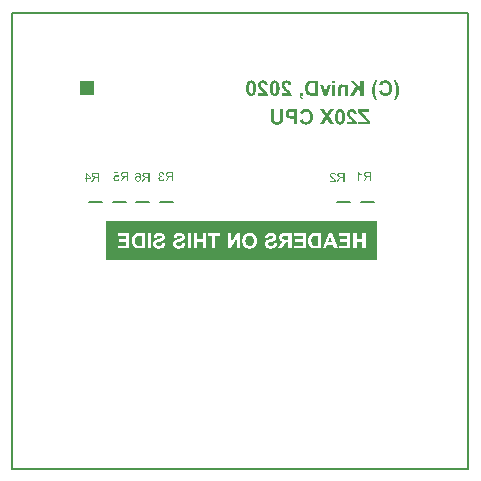
<source format=gbo>
G04 Layer_Color=7597287*
%FSLAX44Y44*%
%MOMM*%
G71*
G01*
G75*
%ADD17C,0.2000*%
%ADD32C,0.1524*%
%ADD33R,1.2500X1.2750*%
G36*
X80469Y122750D02*
X78006D01*
Y132045D01*
X80469D01*
Y122750D01*
D02*
G37*
G36*
X86431Y132231D02*
X86764Y132175D01*
X87060Y132101D01*
X87357Y132008D01*
X87634Y131879D01*
X87875Y131749D01*
X88116Y131601D01*
X88320Y131471D01*
X88505Y131323D01*
X88671Y131175D01*
X88820Y131045D01*
X88931Y130916D01*
X89023Y130823D01*
X89097Y130749D01*
X89134Y130694D01*
X89153Y130675D01*
Y132045D01*
X91430D01*
Y122750D01*
X88968D01*
Y126935D01*
Y127212D01*
Y127472D01*
X88949Y127712D01*
X88931Y127916D01*
Y128120D01*
X88912Y128287D01*
X88894Y128453D01*
X88875Y128583D01*
X88838Y128805D01*
X88820Y128953D01*
X88783Y129046D01*
Y129064D01*
X88708Y129268D01*
X88597Y129472D01*
X88486Y129620D01*
X88375Y129768D01*
X88264Y129860D01*
X88172Y129953D01*
X88116Y129990D01*
X88097Y130008D01*
X87894Y130120D01*
X87690Y130212D01*
X87505Y130268D01*
X87320Y130323D01*
X87172Y130342D01*
X87060Y130360D01*
X86949D01*
X86764Y130342D01*
X86598Y130323D01*
X86468Y130286D01*
X86338Y130231D01*
X86227Y130175D01*
X86153Y130138D01*
X86116Y130120D01*
X86098Y130101D01*
X85968Y130008D01*
X85875Y129897D01*
X85709Y129675D01*
X85653Y129564D01*
X85616Y129490D01*
X85579Y129434D01*
Y129416D01*
X85542Y129323D01*
X85524Y129212D01*
X85487Y128934D01*
X85449Y128601D01*
X85431Y128287D01*
X85413Y127972D01*
Y127842D01*
Y127712D01*
Y127620D01*
Y127546D01*
Y127490D01*
Y127472D01*
Y122750D01*
X82950D01*
Y128509D01*
Y128897D01*
X82968Y129212D01*
X82987Y129509D01*
X83024Y129731D01*
X83042Y129916D01*
X83079Y130045D01*
X83098Y130138D01*
Y130157D01*
X83153Y130379D01*
X83228Y130564D01*
X83302Y130749D01*
X83394Y130897D01*
X83468Y131027D01*
X83524Y131119D01*
X83561Y131175D01*
X83579Y131194D01*
X83728Y131360D01*
X83894Y131508D01*
X84061Y131638D01*
X84227Y131749D01*
X84376Y131842D01*
X84505Y131897D01*
X84579Y131934D01*
X84616Y131953D01*
X84875Y132045D01*
X85135Y132119D01*
X85375Y132175D01*
X85598Y132212D01*
X85801Y132231D01*
X85968Y132249D01*
X86098D01*
X86431Y132231D01*
D02*
G37*
G36*
X65489Y122750D02*
X60637D01*
X60137Y122768D01*
X59674Y122787D01*
X59286Y122824D01*
X58971Y122880D01*
X58712Y122935D01*
X58508Y122972D01*
X58452Y122991D01*
X58397D01*
X58378Y123009D01*
X58360D01*
X57952Y123157D01*
X57582Y123324D01*
X57286Y123491D01*
X57027Y123657D01*
X56823Y123805D01*
X56675Y123917D01*
X56582Y123991D01*
X56545Y124028D01*
X56230Y124380D01*
X55953Y124750D01*
X55712Y125139D01*
X55527Y125491D01*
X55379Y125824D01*
X55304Y125953D01*
X55268Y126065D01*
X55230Y126176D01*
X55193Y126250D01*
X55175Y126287D01*
Y126305D01*
X55045Y126750D01*
X54934Y127212D01*
X54860Y127657D01*
X54823Y128083D01*
X54805Y128287D01*
X54786Y128472D01*
Y128620D01*
X54767Y128768D01*
Y128879D01*
Y128953D01*
Y129009D01*
Y129027D01*
X54786Y129675D01*
X54842Y130249D01*
X54860Y130527D01*
X54897Y130768D01*
X54934Y131008D01*
X54971Y131212D01*
X55027Y131397D01*
X55064Y131564D01*
X55101Y131712D01*
X55119Y131823D01*
X55156Y131916D01*
X55175Y131990D01*
X55193Y132027D01*
Y132045D01*
X55360Y132490D01*
X55564Y132897D01*
X55767Y133249D01*
X55971Y133545D01*
X56138Y133786D01*
X56286Y133971D01*
X56378Y134082D01*
X56397Y134119D01*
X56416D01*
X56730Y134416D01*
X57045Y134656D01*
X57378Y134860D01*
X57675Y135027D01*
X57934Y135156D01*
X58156Y135249D01*
X58230Y135267D01*
X58286Y135286D01*
X58323Y135304D01*
X58341D01*
X58693Y135397D01*
X59082Y135452D01*
X59489Y135508D01*
X59878Y135526D01*
X60230Y135545D01*
X60378Y135563D01*
X65489D01*
Y122750D01*
D02*
G37*
G36*
X9457Y135619D02*
X9772Y135582D01*
X10087Y135508D01*
X10365Y135434D01*
X10624Y135323D01*
X10865Y135212D01*
X11068Y135101D01*
X11272Y134971D01*
X11439Y134841D01*
X11605Y134730D01*
X11735Y134619D01*
X11827Y134508D01*
X11920Y134434D01*
X11976Y134360D01*
X12013Y134323D01*
X12031Y134304D01*
X12253Y133990D01*
X12439Y133619D01*
X12605Y133230D01*
X12753Y132823D01*
X12865Y132397D01*
X12976Y131953D01*
X13050Y131527D01*
X13124Y131101D01*
X13161Y130694D01*
X13198Y130323D01*
X13235Y129972D01*
X13253Y129675D01*
X13272Y129434D01*
Y129249D01*
Y129175D01*
Y129120D01*
Y129101D01*
Y129083D01*
X13253Y128416D01*
X13216Y127805D01*
X13161Y127231D01*
X13087Y126713D01*
X13013Y126250D01*
X12920Y125824D01*
X12809Y125453D01*
X12698Y125120D01*
X12605Y124842D01*
X12494Y124583D01*
X12401Y124380D01*
X12309Y124213D01*
X12253Y124102D01*
X12198Y124009D01*
X12161Y123954D01*
X12142Y123935D01*
X11920Y123676D01*
X11679Y123472D01*
X11439Y123268D01*
X11179Y123120D01*
X10939Y122972D01*
X10680Y122861D01*
X10439Y122768D01*
X10198Y122694D01*
X9976Y122620D01*
X9772Y122583D01*
X9587Y122546D01*
X9439Y122528D01*
X9309D01*
X9198Y122509D01*
X9124D01*
X8791Y122528D01*
X8476Y122565D01*
X8161Y122639D01*
X7883Y122713D01*
X7624Y122806D01*
X7384Y122917D01*
X7180Y123046D01*
X6976Y123176D01*
X6809Y123287D01*
X6643Y123417D01*
X6513Y123528D01*
X6402Y123620D01*
X6328Y123694D01*
X6273Y123768D01*
X6235Y123805D01*
X6217Y123824D01*
X5995Y124139D01*
X5810Y124509D01*
X5624Y124898D01*
X5495Y125324D01*
X5365Y125750D01*
X5273Y126176D01*
X5180Y126620D01*
X5106Y127046D01*
X5069Y127453D01*
X5032Y127823D01*
X4995Y128175D01*
X4976Y128472D01*
X4958Y128712D01*
Y128897D01*
Y128972D01*
Y129027D01*
Y129046D01*
Y129064D01*
X4976Y129731D01*
X5013Y130342D01*
X5069Y130897D01*
X5162Y131416D01*
X5254Y131897D01*
X5347Y132323D01*
X5476Y132712D01*
X5587Y133045D01*
X5699Y133360D01*
X5810Y133601D01*
X5921Y133823D01*
X6013Y134008D01*
X6106Y134138D01*
X6162Y134230D01*
X6198Y134286D01*
X6217Y134304D01*
X6421Y134545D01*
X6643Y134749D01*
X6884Y134915D01*
X7124Y135082D01*
X7365Y135212D01*
X7606Y135304D01*
X7828Y135397D01*
X8069Y135471D01*
X8291Y135526D01*
X8476Y135563D01*
X8661Y135601D01*
X8809Y135619D01*
X8939Y135638D01*
X9124D01*
X9457Y135619D01*
D02*
G37*
G36*
X29381D02*
X29696Y135582D01*
X30011Y135508D01*
X30289Y135434D01*
X30548Y135323D01*
X30789Y135212D01*
X30992Y135101D01*
X31196Y134971D01*
X31363Y134841D01*
X31529Y134730D01*
X31659Y134619D01*
X31751Y134508D01*
X31844Y134434D01*
X31899Y134360D01*
X31937Y134323D01*
X31955Y134304D01*
X32177Y133990D01*
X32362Y133619D01*
X32529Y133230D01*
X32677Y132823D01*
X32788Y132397D01*
X32899Y131953D01*
X32973Y131527D01*
X33048Y131101D01*
X33085Y130694D01*
X33122Y130323D01*
X33159Y129972D01*
X33177Y129675D01*
X33196Y129434D01*
Y129249D01*
Y129175D01*
Y129120D01*
Y129101D01*
Y129083D01*
X33177Y128416D01*
X33140Y127805D01*
X33085Y127231D01*
X33010Y126713D01*
X32936Y126250D01*
X32844Y125824D01*
X32733Y125453D01*
X32622Y125120D01*
X32529Y124842D01*
X32418Y124583D01*
X32325Y124380D01*
X32233Y124213D01*
X32177Y124102D01*
X32122Y124009D01*
X32085Y123954D01*
X32066Y123935D01*
X31844Y123676D01*
X31603Y123472D01*
X31363Y123268D01*
X31103Y123120D01*
X30863Y122972D01*
X30603Y122861D01*
X30363Y122768D01*
X30122Y122694D01*
X29900Y122620D01*
X29696Y122583D01*
X29511Y122546D01*
X29363Y122528D01*
X29233D01*
X29122Y122509D01*
X29048D01*
X28715Y122528D01*
X28400Y122565D01*
X28085Y122639D01*
X27807Y122713D01*
X27548Y122806D01*
X27307Y122917D01*
X27104Y123046D01*
X26900Y123176D01*
X26733Y123287D01*
X26567Y123417D01*
X26437Y123528D01*
X26326Y123620D01*
X26252Y123694D01*
X26196Y123768D01*
X26159Y123805D01*
X26141Y123824D01*
X25919Y124139D01*
X25733Y124509D01*
X25548Y124898D01*
X25419Y125324D01*
X25289Y125750D01*
X25196Y126176D01*
X25104Y126620D01*
X25030Y127046D01*
X24993Y127453D01*
X24956Y127823D01*
X24919Y128175D01*
X24900Y128472D01*
X24882Y128712D01*
Y128897D01*
Y128972D01*
Y129027D01*
Y129046D01*
Y129064D01*
X24900Y129731D01*
X24937Y130342D01*
X24993Y130897D01*
X25085Y131416D01*
X25178Y131897D01*
X25271Y132323D01*
X25400Y132712D01*
X25511Y133045D01*
X25622Y133360D01*
X25733Y133601D01*
X25845Y133823D01*
X25937Y134008D01*
X26030Y134138D01*
X26085Y134230D01*
X26122Y134286D01*
X26141Y134304D01*
X26344Y134545D01*
X26567Y134749D01*
X26807Y134915D01*
X27048Y135082D01*
X27289Y135212D01*
X27530Y135304D01*
X27752Y135397D01*
X27992Y135471D01*
X28215Y135526D01*
X28400Y135563D01*
X28585Y135601D01*
X28733Y135619D01*
X28863Y135638D01*
X29048D01*
X29381Y135619D01*
D02*
G37*
G36*
X19327D02*
X19623Y135601D01*
X20197Y135508D01*
X20679Y135360D01*
X20901Y135286D01*
X21104Y135193D01*
X21290Y135119D01*
X21438Y135027D01*
X21586Y134952D01*
X21697Y134897D01*
X21790Y134823D01*
X21845Y134786D01*
X21882Y134767D01*
X21901Y134749D01*
X22104Y134564D01*
X22289Y134378D01*
X22456Y134156D01*
X22604Y133916D01*
X22826Y133434D01*
X23012Y132971D01*
X23067Y132730D01*
X23123Y132527D01*
X23178Y132342D01*
X23197Y132175D01*
X23234Y132027D01*
Y131934D01*
X23252Y131860D01*
Y131842D01*
X20808Y131601D01*
X20771Y131971D01*
X20697Y132286D01*
X20623Y132564D01*
X20530Y132767D01*
X20456Y132934D01*
X20382Y133045D01*
X20327Y133119D01*
X20308Y133138D01*
X20123Y133286D01*
X19919Y133397D01*
X19716Y133490D01*
X19512Y133545D01*
X19345Y133582D01*
X19197Y133601D01*
X19067D01*
X18790Y133582D01*
X18549Y133527D01*
X18345Y133453D01*
X18160Y133378D01*
X18031Y133305D01*
X17919Y133230D01*
X17864Y133175D01*
X17845Y133156D01*
X17697Y132971D01*
X17586Y132767D01*
X17512Y132564D01*
X17457Y132360D01*
X17420Y132175D01*
X17401Y132008D01*
Y131916D01*
Y131897D01*
Y131879D01*
X17420Y131601D01*
X17475Y131342D01*
X17568Y131082D01*
X17660Y130860D01*
X17753Y130657D01*
X17845Y130508D01*
X17901Y130416D01*
X17919Y130379D01*
X17994Y130268D01*
X18105Y130138D01*
X18253Y129972D01*
X18401Y129823D01*
X18734Y129472D01*
X19067Y129120D01*
X19401Y128786D01*
X19549Y128638D01*
X19697Y128527D01*
X19808Y128416D01*
X19882Y128342D01*
X19938Y128287D01*
X19956Y128268D01*
X20327Y127916D01*
X20660Y127583D01*
X20975Y127268D01*
X21253Y126990D01*
X21512Y126713D01*
X21734Y126453D01*
X21938Y126231D01*
X22104Y126009D01*
X22252Y125824D01*
X22382Y125657D01*
X22493Y125527D01*
X22567Y125398D01*
X22641Y125324D01*
X22678Y125250D01*
X22715Y125213D01*
Y125194D01*
X22956Y124768D01*
X23141Y124324D01*
X23289Y123917D01*
X23400Y123546D01*
X23475Y123213D01*
X23493Y123083D01*
X23512Y122972D01*
X23530Y122880D01*
X23549Y122806D01*
Y122768D01*
Y122750D01*
X14938D01*
Y125028D01*
X19827D01*
X19679Y125268D01*
X19512Y125472D01*
X19438Y125564D01*
X19382Y125639D01*
X19345Y125676D01*
X19327Y125694D01*
X19253Y125768D01*
X19179Y125861D01*
X18956Y126065D01*
X18716Y126305D01*
X18475Y126546D01*
X18234Y126768D01*
X18031Y126953D01*
X17957Y127027D01*
X17901Y127083D01*
X17864Y127101D01*
X17845Y127120D01*
X17438Y127509D01*
X17105Y127823D01*
X16827Y128120D01*
X16605Y128342D01*
X16438Y128527D01*
X16327Y128657D01*
X16253Y128749D01*
X16235Y128768D01*
X15994Y129083D01*
X15790Y129379D01*
X15623Y129657D01*
X15494Y129897D01*
X15383Y130101D01*
X15309Y130268D01*
X15272Y130360D01*
X15253Y130397D01*
X15142Y130694D01*
X15068Y130990D01*
X15012Y131268D01*
X14975Y131527D01*
X14957Y131730D01*
X14938Y131897D01*
Y132008D01*
Y132045D01*
X14957Y132323D01*
X14994Y132601D01*
X15031Y132860D01*
X15105Y133101D01*
X15290Y133527D01*
X15475Y133897D01*
X15586Y134064D01*
X15679Y134193D01*
X15772Y134323D01*
X15864Y134416D01*
X15938Y134489D01*
X15975Y134564D01*
X16012Y134582D01*
X16031Y134601D01*
X16235Y134786D01*
X16475Y134952D01*
X16697Y135082D01*
X16957Y135193D01*
X17438Y135378D01*
X17919Y135508D01*
X18142Y135545D01*
X18345Y135582D01*
X18530Y135601D01*
X18697Y135619D01*
X18827Y135638D01*
X19012D01*
X19327Y135619D01*
D02*
G37*
G36*
X39251D02*
X39547Y135601D01*
X40121Y135508D01*
X40602Y135360D01*
X40824Y135286D01*
X41028Y135193D01*
X41213Y135119D01*
X41361Y135027D01*
X41510Y134952D01*
X41621Y134897D01*
X41713Y134823D01*
X41769Y134786D01*
X41806Y134767D01*
X41824Y134749D01*
X42028Y134564D01*
X42213Y134378D01*
X42380Y134156D01*
X42528Y133916D01*
X42750Y133434D01*
X42935Y132971D01*
X42991Y132730D01*
X43046Y132527D01*
X43102Y132342D01*
X43121Y132175D01*
X43158Y132027D01*
Y131934D01*
X43176Y131860D01*
Y131842D01*
X40732Y131601D01*
X40695Y131971D01*
X40621Y132286D01*
X40547Y132564D01*
X40454Y132767D01*
X40380Y132934D01*
X40306Y133045D01*
X40251Y133119D01*
X40232Y133138D01*
X40047Y133286D01*
X39843Y133397D01*
X39639Y133490D01*
X39436Y133545D01*
X39269Y133582D01*
X39121Y133601D01*
X38991D01*
X38714Y133582D01*
X38473Y133527D01*
X38269Y133453D01*
X38084Y133378D01*
X37954Y133305D01*
X37843Y133230D01*
X37788Y133175D01*
X37769Y133156D01*
X37621Y132971D01*
X37510Y132767D01*
X37436Y132564D01*
X37380Y132360D01*
X37343Y132175D01*
X37325Y132008D01*
Y131916D01*
Y131897D01*
Y131879D01*
X37343Y131601D01*
X37399Y131342D01*
X37492Y131082D01*
X37584Y130860D01*
X37677Y130657D01*
X37769Y130508D01*
X37825Y130416D01*
X37843Y130379D01*
X37917Y130268D01*
X38029Y130138D01*
X38177Y129972D01*
X38325Y129823D01*
X38658Y129472D01*
X38991Y129120D01*
X39325Y128786D01*
X39473Y128638D01*
X39621Y128527D01*
X39732Y128416D01*
X39806Y128342D01*
X39862Y128287D01*
X39880Y128268D01*
X40251Y127916D01*
X40584Y127583D01*
X40899Y127268D01*
X41176Y126990D01*
X41436Y126713D01*
X41658Y126453D01*
X41862Y126231D01*
X42028Y126009D01*
X42176Y125824D01*
X42306Y125657D01*
X42417Y125527D01*
X42491Y125398D01*
X42565Y125324D01*
X42602Y125250D01*
X42639Y125213D01*
Y125194D01*
X42880Y124768D01*
X43065Y124324D01*
X43213Y123917D01*
X43324Y123546D01*
X43398Y123213D01*
X43417Y123083D01*
X43435Y122972D01*
X43454Y122880D01*
X43472Y122806D01*
Y122768D01*
Y122750D01*
X34862D01*
Y125028D01*
X39751D01*
X39602Y125268D01*
X39436Y125472D01*
X39362Y125564D01*
X39306Y125639D01*
X39269Y125676D01*
X39251Y125694D01*
X39177Y125768D01*
X39102Y125861D01*
X38880Y126065D01*
X38640Y126305D01*
X38399Y126546D01*
X38158Y126768D01*
X37954Y126953D01*
X37880Y127027D01*
X37825Y127083D01*
X37788Y127101D01*
X37769Y127120D01*
X37362Y127509D01*
X37029Y127823D01*
X36751Y128120D01*
X36529Y128342D01*
X36362Y128527D01*
X36251Y128657D01*
X36177Y128749D01*
X36158Y128768D01*
X35918Y129083D01*
X35714Y129379D01*
X35547Y129657D01*
X35418Y129897D01*
X35307Y130101D01*
X35233Y130268D01*
X35196Y130360D01*
X35177Y130397D01*
X35066Y130694D01*
X34992Y130990D01*
X34936Y131268D01*
X34899Y131527D01*
X34881Y131730D01*
X34862Y131897D01*
Y132008D01*
Y132045D01*
X34881Y132323D01*
X34918Y132601D01*
X34955Y132860D01*
X35029Y133101D01*
X35214Y133527D01*
X35399Y133897D01*
X35510Y134064D01*
X35603Y134193D01*
X35695Y134323D01*
X35788Y134416D01*
X35862Y134489D01*
X35899Y134564D01*
X35936Y134582D01*
X35955Y134601D01*
X36158Y134786D01*
X36399Y134952D01*
X36621Y135082D01*
X36881Y135193D01*
X37362Y135378D01*
X37843Y135508D01*
X38066Y135545D01*
X38269Y135582D01*
X38454Y135601D01*
X38621Y135619D01*
X38751Y135638D01*
X38936D01*
X39251Y135619D01*
D02*
G37*
G36*
X104299Y122750D02*
X101707D01*
Y126620D01*
X99615Y128768D01*
X96078Y122750D01*
X92727D01*
X97819Y130564D01*
X92967Y135563D01*
X96448D01*
X101707Y129860D01*
Y135563D01*
X104299D01*
Y122750D01*
D02*
G37*
G36*
X123131Y135786D02*
X123612Y135730D01*
X124038Y135638D01*
X124464Y135526D01*
X124834Y135397D01*
X125205Y135249D01*
X125520Y135082D01*
X125816Y134915D01*
X126094Y134749D01*
X126316Y134582D01*
X126519Y134434D01*
X126686Y134304D01*
X126816Y134193D01*
X126908Y134101D01*
X126964Y134045D01*
X126982Y134027D01*
X127278Y133675D01*
X127519Y133305D01*
X127741Y132916D01*
X127927Y132508D01*
X128093Y132082D01*
X128223Y131675D01*
X128334Y131268D01*
X128427Y130879D01*
X128501Y130490D01*
X128538Y130157D01*
X128575Y129842D01*
X128612Y129583D01*
Y129360D01*
X128630Y129194D01*
Y129083D01*
Y129064D01*
Y129046D01*
X128612Y128490D01*
X128556Y127972D01*
X128482Y127472D01*
X128371Y127027D01*
X128260Y126601D01*
X128112Y126194D01*
X127964Y125842D01*
X127816Y125527D01*
X127667Y125231D01*
X127519Y124972D01*
X127371Y124768D01*
X127260Y124583D01*
X127149Y124453D01*
X127075Y124342D01*
X127019Y124287D01*
X127001Y124268D01*
X126686Y123954D01*
X126353Y123694D01*
X126001Y123454D01*
X125649Y123268D01*
X125297Y123102D01*
X124945Y122954D01*
X124612Y122843D01*
X124297Y122750D01*
X123983Y122676D01*
X123705Y122620D01*
X123446Y122583D01*
X123242Y122565D01*
X123057Y122546D01*
X122927Y122528D01*
X122816D01*
X122427Y122546D01*
X122075Y122565D01*
X121724Y122620D01*
X121409Y122694D01*
X121112Y122768D01*
X120835Y122843D01*
X120576Y122935D01*
X120335Y123046D01*
X120131Y123139D01*
X119946Y123231D01*
X119779Y123306D01*
X119650Y123380D01*
X119539Y123454D01*
X119465Y123509D01*
X119427Y123528D01*
X119409Y123546D01*
X119168Y123750D01*
X118946Y123972D01*
X118539Y124472D01*
X118205Y124991D01*
X117946Y125491D01*
X117835Y125731D01*
X117743Y125953D01*
X117668Y126157D01*
X117594Y126324D01*
X117539Y126472D01*
X117502Y126583D01*
X117483Y126657D01*
Y126676D01*
X120001Y127453D01*
X120150Y126953D01*
X120316Y126527D01*
X120483Y126176D01*
X120668Y125879D01*
X120816Y125657D01*
X120946Y125509D01*
X121038Y125416D01*
X121075Y125379D01*
X121372Y125157D01*
X121668Y125009D01*
X121964Y124898D01*
X122224Y124805D01*
X122464Y124768D01*
X122668Y124750D01*
X122742Y124731D01*
X122835D01*
X123094Y124750D01*
X123335Y124768D01*
X123779Y124898D01*
X124168Y125046D01*
X124482Y125250D01*
X124742Y125435D01*
X124927Y125583D01*
X125001Y125657D01*
X125056Y125713D01*
X125075Y125731D01*
X125094Y125750D01*
X125242Y125953D01*
X125371Y126194D01*
X125501Y126453D01*
X125594Y126731D01*
X125742Y127305D01*
X125853Y127879D01*
X125890Y128157D01*
X125908Y128398D01*
X125945Y128638D01*
Y128842D01*
X125964Y128990D01*
Y129120D01*
Y129212D01*
Y129231D01*
X125945Y129657D01*
X125927Y130045D01*
X125890Y130397D01*
X125834Y130731D01*
X125760Y131027D01*
X125686Y131305D01*
X125612Y131545D01*
X125520Y131768D01*
X125445Y131953D01*
X125371Y132119D01*
X125297Y132249D01*
X125223Y132360D01*
X125168Y132453D01*
X125131Y132508D01*
X125094Y132545D01*
Y132564D01*
X124927Y132749D01*
X124742Y132916D01*
X124557Y133045D01*
X124353Y133156D01*
X123964Y133342D01*
X123594Y133471D01*
X123279Y133545D01*
X123131Y133564D01*
X123020Y133582D01*
X122909Y133601D01*
X122779D01*
X122409Y133582D01*
X122075Y133508D01*
X121779Y133416D01*
X121520Y133305D01*
X121316Y133193D01*
X121168Y133101D01*
X121075Y133027D01*
X121038Y133008D01*
X120798Y132786D01*
X120576Y132527D01*
X120409Y132268D01*
X120279Y132008D01*
X120187Y131786D01*
X120131Y131619D01*
X120094Y131545D01*
Y131490D01*
X120076Y131471D01*
Y131453D01*
X117520Y132064D01*
X117705Y132601D01*
X117909Y133064D01*
X118131Y133471D01*
X118335Y133804D01*
X118539Y134064D01*
X118613Y134175D01*
X118687Y134267D01*
X118742Y134323D01*
X118798Y134378D01*
X118816Y134416D01*
X118835D01*
X119113Y134656D01*
X119427Y134878D01*
X119724Y135063D01*
X120038Y135212D01*
X120372Y135360D01*
X120687Y135471D01*
X121001Y135563D01*
X121298Y135638D01*
X121575Y135693D01*
X121835Y135730D01*
X122057Y135767D01*
X122261Y135786D01*
X122427Y135804D01*
X122649D01*
X123131Y135786D01*
D02*
G37*
G36*
X72951Y122750D02*
X70729D01*
X67044Y132045D01*
X69562D01*
X71340Y127287D01*
X71451Y127009D01*
X71525Y126750D01*
X71562Y126657D01*
X71581Y126583D01*
X71599Y126527D01*
Y126509D01*
X71618Y126416D01*
X71655Y126305D01*
X71747Y126027D01*
X71784Y125916D01*
X71821Y125805D01*
X71840Y125731D01*
X71858Y125713D01*
X72358Y127287D01*
X74117Y132045D01*
X76691D01*
X72951Y122750D01*
D02*
G37*
G36*
X52657D02*
X51453D01*
X51472Y122491D01*
X51509Y122269D01*
X51564Y122065D01*
X51638Y121898D01*
X51694Y121769D01*
X51749Y121676D01*
X51786Y121621D01*
X51805Y121602D01*
X51934Y121454D01*
X52101Y121324D01*
X52268Y121195D01*
X52453Y121102D01*
X52601Y121028D01*
X52731Y120972D01*
X52823Y120935D01*
X52860Y120917D01*
X52379Y119898D01*
X52101Y120009D01*
X51842Y120139D01*
X51620Y120269D01*
X51434Y120398D01*
X51286Y120510D01*
X51175Y120602D01*
X51101Y120658D01*
X51083Y120676D01*
X50898Y120861D01*
X50749Y121046D01*
X50638Y121232D01*
X50527Y121417D01*
X50472Y121565D01*
X50416Y121676D01*
X50379Y121769D01*
Y121787D01*
X50324Y122028D01*
X50268Y122306D01*
X50231Y122583D01*
X50212Y122843D01*
X50194Y123083D01*
Y123287D01*
Y123361D01*
Y123417D01*
Y123435D01*
Y123454D01*
Y125213D01*
X52657D01*
Y122750D01*
D02*
G37*
G36*
X109222Y109147D02*
X103241D01*
X110000Y100833D01*
Y98500D01*
X99575D01*
Y100666D01*
X106871D01*
X99853Y109295D01*
Y111313D01*
X109222D01*
Y109147D01*
D02*
G37*
G36*
X36248Y104462D02*
Y104073D01*
X36230Y103703D01*
Y103351D01*
X36211Y103037D01*
X36193Y102740D01*
X36174Y102481D01*
X36156Y102240D01*
X36119Y102018D01*
X36100Y101833D01*
X36082Y101666D01*
X36063Y101518D01*
X36045Y101407D01*
X36026Y101314D01*
Y101259D01*
X36008Y101222D01*
Y101203D01*
X35915Y100926D01*
X35823Y100666D01*
X35693Y100426D01*
X35582Y100222D01*
X35471Y100037D01*
X35378Y99889D01*
X35304Y99815D01*
X35285Y99778D01*
X35063Y99537D01*
X34823Y99315D01*
X34563Y99130D01*
X34323Y98963D01*
X34119Y98833D01*
X33934Y98741D01*
X33823Y98685D01*
X33804Y98667D01*
X33786D01*
X33600Y98593D01*
X33397Y98537D01*
X32934Y98426D01*
X32471Y98352D01*
X32027Y98315D01*
X31823Y98296D01*
X31619Y98278D01*
X31453D01*
X31286Y98259D01*
X30990D01*
X30453Y98278D01*
X29971Y98315D01*
X29545Y98389D01*
X29194Y98463D01*
X29045Y98482D01*
X28897Y98518D01*
X28786Y98556D01*
X28694Y98593D01*
X28620Y98611D01*
X28564Y98630D01*
X28545Y98648D01*
X28527D01*
X28194Y98796D01*
X27897Y98981D01*
X27638Y99148D01*
X27416Y99315D01*
X27249Y99463D01*
X27120Y99574D01*
X27046Y99648D01*
X27027Y99685D01*
X26823Y99944D01*
X26657Y100222D01*
X26527Y100481D01*
X26416Y100740D01*
X26342Y100963D01*
X26286Y101148D01*
X26268Y101203D01*
Y101259D01*
X26249Y101278D01*
Y101296D01*
X26212Y101500D01*
X26175Y101722D01*
X26138Y101963D01*
X26120Y102203D01*
X26083Y102759D01*
X26046Y103296D01*
Y103537D01*
Y103777D01*
X26027Y103999D01*
Y104185D01*
Y104333D01*
Y104462D01*
Y104536D01*
Y104555D01*
Y111313D01*
X28620D01*
Y104203D01*
Y103925D01*
Y103666D01*
X28638Y103425D01*
Y103203D01*
X28657Y103018D01*
Y102833D01*
X28675Y102666D01*
Y102518D01*
X28712Y102296D01*
X28731Y102129D01*
X28749Y102037D01*
Y102000D01*
X28805Y101759D01*
X28897Y101555D01*
X29008Y101370D01*
X29120Y101203D01*
X29231Y101074D01*
X29323Y100981D01*
X29397Y100926D01*
X29416Y100907D01*
X29638Y100759D01*
X29916Y100648D01*
X30175Y100574D01*
X30453Y100518D01*
X30693Y100481D01*
X30879Y100463D01*
X31064D01*
X31453Y100481D01*
X31786Y100537D01*
X32082Y100611D01*
X32341Y100703D01*
X32527Y100778D01*
X32675Y100852D01*
X32749Y100907D01*
X32786Y100926D01*
X32989Y101111D01*
X33156Y101333D01*
X33304Y101537D01*
X33397Y101740D01*
X33471Y101926D01*
X33526Y102074D01*
X33563Y102166D01*
Y102203D01*
X33582Y102314D01*
X33600Y102425D01*
Y102574D01*
X33619Y102740D01*
X33638Y103092D01*
Y103462D01*
X33656Y103796D01*
Y103944D01*
Y104092D01*
Y104203D01*
Y104277D01*
Y104333D01*
Y104351D01*
Y111313D01*
X36248D01*
Y104462D01*
D02*
G37*
G36*
X48155Y98500D02*
X45562D01*
Y103333D01*
X43266D01*
X42988Y103351D01*
X42729D01*
X42488Y103370D01*
X42266Y103388D01*
X42063Y103407D01*
X41896Y103425D01*
X41729D01*
X41600Y103444D01*
X41470Y103462D01*
X41378Y103481D01*
X41303D01*
X41248Y103499D01*
X41211D01*
X40952Y103574D01*
X40711Y103666D01*
X40489Y103759D01*
X40285Y103870D01*
X40118Y103962D01*
X39989Y104037D01*
X39915Y104092D01*
X39878Y104110D01*
X39637Y104296D01*
X39433Y104499D01*
X39230Y104722D01*
X39081Y104907D01*
X38952Y105092D01*
X38859Y105240D01*
X38804Y105333D01*
X38785Y105370D01*
X38637Y105684D01*
X38526Y106018D01*
X38452Y106370D01*
X38396Y106684D01*
X38359Y106944D01*
Y107073D01*
X38341Y107166D01*
Y107258D01*
Y107314D01*
Y107351D01*
Y107369D01*
X38378Y107906D01*
X38452Y108406D01*
X38582Y108814D01*
X38711Y109184D01*
X38785Y109332D01*
X38859Y109462D01*
X38915Y109573D01*
X38989Y109684D01*
X39026Y109758D01*
X39063Y109814D01*
X39100Y109832D01*
Y109851D01*
X39396Y110184D01*
X39692Y110462D01*
X40007Y110684D01*
X40285Y110851D01*
X40544Y110962D01*
X40748Y111054D01*
X40822Y111073D01*
X40877Y111091D01*
X40915Y111110D01*
X40933D01*
X41081Y111147D01*
X41266Y111184D01*
X41489Y111202D01*
X41711Y111221D01*
X42229Y111258D01*
X42748Y111295D01*
X43229D01*
X43433Y111313D01*
X48155D01*
Y98500D01*
D02*
G37*
G36*
X116000Y-16741D02*
X-113701D01*
Y16554D01*
X116000D01*
Y-16741D01*
D02*
G37*
G36*
X84706Y111369D02*
X85021Y111332D01*
X85336Y111258D01*
X85614Y111184D01*
X85873Y111073D01*
X86114Y110962D01*
X86317Y110851D01*
X86521Y110721D01*
X86688Y110591D01*
X86854Y110480D01*
X86984Y110369D01*
X87077Y110258D01*
X87169Y110184D01*
X87225Y110110D01*
X87262Y110073D01*
X87280Y110054D01*
X87502Y109740D01*
X87688Y109369D01*
X87854Y108980D01*
X88002Y108573D01*
X88113Y108147D01*
X88224Y107703D01*
X88299Y107277D01*
X88373Y106851D01*
X88410Y106444D01*
X88447Y106073D01*
X88484Y105722D01*
X88502Y105425D01*
X88521Y105184D01*
Y104999D01*
Y104925D01*
Y104870D01*
Y104851D01*
Y104833D01*
X88502Y104166D01*
X88465Y103555D01*
X88410Y102981D01*
X88336Y102463D01*
X88261Y102000D01*
X88169Y101574D01*
X88058Y101203D01*
X87947Y100870D01*
X87854Y100592D01*
X87743Y100333D01*
X87650Y100129D01*
X87558Y99963D01*
X87502Y99852D01*
X87447Y99759D01*
X87410Y99704D01*
X87391Y99685D01*
X87169Y99426D01*
X86928Y99222D01*
X86688Y99018D01*
X86428Y98870D01*
X86188Y98722D01*
X85928Y98611D01*
X85688Y98518D01*
X85447Y98444D01*
X85225Y98370D01*
X85021Y98333D01*
X84836Y98296D01*
X84688Y98278D01*
X84558D01*
X84447Y98259D01*
X84373D01*
X84040Y98278D01*
X83725Y98315D01*
X83410Y98389D01*
X83132Y98463D01*
X82873Y98556D01*
X82633Y98667D01*
X82429Y98796D01*
X82225Y98926D01*
X82058Y99037D01*
X81892Y99167D01*
X81762Y99278D01*
X81651Y99370D01*
X81577Y99444D01*
X81522Y99518D01*
X81484Y99556D01*
X81466Y99574D01*
X81244Y99889D01*
X81059Y100259D01*
X80873Y100648D01*
X80744Y101074D01*
X80614Y101500D01*
X80522Y101926D01*
X80429Y102370D01*
X80355Y102796D01*
X80318Y103203D01*
X80281Y103574D01*
X80244Y103925D01*
X80225Y104222D01*
X80207Y104462D01*
Y104648D01*
Y104722D01*
Y104777D01*
Y104796D01*
Y104814D01*
X80225Y105481D01*
X80262Y106092D01*
X80318Y106647D01*
X80410Y107166D01*
X80503Y107647D01*
X80596Y108073D01*
X80725Y108462D01*
X80836Y108795D01*
X80948Y109110D01*
X81059Y109351D01*
X81170Y109573D01*
X81262Y109758D01*
X81355Y109888D01*
X81410Y109980D01*
X81447Y110036D01*
X81466Y110054D01*
X81670Y110295D01*
X81892Y110499D01*
X82133Y110665D01*
X82373Y110832D01*
X82614Y110962D01*
X82855Y111054D01*
X83077Y111147D01*
X83318Y111221D01*
X83540Y111277D01*
X83725Y111313D01*
X83910Y111350D01*
X84058Y111369D01*
X84188Y111388D01*
X84373D01*
X84706Y111369D01*
D02*
G37*
G36*
X115743Y135304D02*
X115557Y134823D01*
X115372Y134378D01*
X115206Y133953D01*
X115058Y133564D01*
X114928Y133193D01*
X114817Y132842D01*
X114706Y132527D01*
X114613Y132249D01*
X114539Y131990D01*
X114465Y131786D01*
X114428Y131601D01*
X114391Y131453D01*
X114354Y131360D01*
X114335Y131286D01*
Y131268D01*
X114187Y130564D01*
X114076Y129879D01*
X113984Y129212D01*
X113947Y128897D01*
X113928Y128601D01*
X113910Y128323D01*
X113891Y128083D01*
Y127861D01*
X113872Y127675D01*
Y127527D01*
Y127416D01*
Y127342D01*
Y127324D01*
Y126953D01*
X113891Y126583D01*
X113910Y126250D01*
X113928Y125935D01*
X113965Y125694D01*
X113984Y125491D01*
Y125416D01*
X114002Y125361D01*
Y125342D01*
Y125324D01*
X114113Y124602D01*
X114187Y124250D01*
X114243Y123935D01*
X114298Y123657D01*
X114354Y123454D01*
X114373Y123380D01*
Y123324D01*
X114391Y123287D01*
Y123268D01*
X114484Y122880D01*
X114576Y122528D01*
X114669Y122194D01*
X114743Y121917D01*
X114817Y121694D01*
X114872Y121528D01*
X114909Y121417D01*
X114928Y121398D01*
Y121380D01*
X115058Y121046D01*
X115206Y120658D01*
X115372Y120250D01*
X115539Y119861D01*
X115706Y119510D01*
X115761Y119361D01*
X115835Y119232D01*
X115872Y119121D01*
X115909Y119047D01*
X115946Y118991D01*
Y118973D01*
X114243D01*
X113965Y119398D01*
X113724Y119824D01*
X113502Y120250D01*
X113280Y120658D01*
X113095Y121065D01*
X112910Y121435D01*
X112761Y121806D01*
X112613Y122139D01*
X112484Y122454D01*
X112391Y122732D01*
X112299Y122972D01*
X112225Y123194D01*
X112169Y123361D01*
X112132Y123472D01*
X112095Y123565D01*
Y123583D01*
X111910Y124361D01*
X111762Y125083D01*
X111706Y125416D01*
X111669Y125750D01*
X111614Y126046D01*
X111595Y126324D01*
X111576Y126583D01*
X111558Y126824D01*
X111539Y127027D01*
X111521Y127194D01*
Y127324D01*
Y127435D01*
Y127490D01*
Y127509D01*
X111558Y128323D01*
X111632Y129083D01*
X111688Y129453D01*
X111762Y129823D01*
X111817Y130157D01*
X111891Y130453D01*
X111965Y130749D01*
X112021Y131008D01*
X112095Y131231D01*
X112150Y131416D01*
X112188Y131582D01*
X112225Y131693D01*
X112262Y131768D01*
Y131786D01*
X112558Y132564D01*
X112891Y133305D01*
X113058Y133656D01*
X113224Y133971D01*
X113391Y134286D01*
X113558Y134582D01*
X113706Y134841D01*
X113835Y135082D01*
X113965Y135286D01*
X114076Y135452D01*
X114169Y135601D01*
X114243Y135693D01*
X114280Y135767D01*
X114298Y135786D01*
X115965D01*
X115743Y135304D01*
D02*
G37*
G36*
X132148Y135156D02*
X132537Y134508D01*
X132852Y133897D01*
X133000Y133619D01*
X133130Y133342D01*
X133241Y133101D01*
X133352Y132860D01*
X133445Y132656D01*
X133519Y132490D01*
X133574Y132342D01*
X133611Y132249D01*
X133648Y132175D01*
Y132156D01*
X133796Y131730D01*
X133926Y131305D01*
X134148Y130471D01*
X134296Y129657D01*
X134352Y129286D01*
X134389Y128934D01*
X134426Y128601D01*
X134463Y128305D01*
X134481Y128027D01*
Y127805D01*
X134500Y127620D01*
Y127490D01*
Y127416D01*
Y127379D01*
X134463Y126620D01*
X134389Y125861D01*
X134278Y125157D01*
X134222Y124824D01*
X134148Y124509D01*
X134093Y124231D01*
X134037Y123972D01*
X133982Y123750D01*
X133926Y123546D01*
X133870Y123398D01*
X133852Y123268D01*
X133815Y123194D01*
Y123176D01*
X133519Y122380D01*
X133204Y121602D01*
X133019Y121250D01*
X132852Y120898D01*
X132685Y120565D01*
X132519Y120269D01*
X132371Y119991D01*
X132222Y119732D01*
X132093Y119510D01*
X131982Y119324D01*
X131889Y119176D01*
X131815Y119065D01*
X131778Y118991D01*
X131760Y118973D01*
X130075D01*
X130223Y119287D01*
X130352Y119565D01*
X130463Y119843D01*
X130575Y120084D01*
X130667Y120324D01*
X130760Y120528D01*
X130834Y120713D01*
X130908Y120898D01*
X130982Y121046D01*
X131019Y121176D01*
X131074Y121287D01*
X131111Y121380D01*
X131130Y121454D01*
X131149Y121509D01*
X131167Y121528D01*
Y121546D01*
X131334Y122046D01*
X131482Y122546D01*
X131593Y123028D01*
X131704Y123472D01*
X131741Y123657D01*
X131778Y123842D01*
X131815Y123991D01*
X131834Y124120D01*
X131871Y124231D01*
Y124305D01*
X131889Y124361D01*
Y124380D01*
X131982Y124935D01*
X132037Y125472D01*
X132093Y125972D01*
X132111Y126416D01*
X132130Y126620D01*
Y126787D01*
X132148Y126953D01*
Y127083D01*
Y127176D01*
Y127268D01*
Y127305D01*
Y127324D01*
X132130Y128101D01*
X132074Y128823D01*
X132037Y129175D01*
X132000Y129490D01*
X131963Y129805D01*
X131926Y130083D01*
X131889Y130342D01*
X131852Y130564D01*
X131815Y130768D01*
X131778Y130953D01*
X131741Y131082D01*
X131722Y131194D01*
X131704Y131249D01*
Y131268D01*
X131611Y131619D01*
X131500Y131990D01*
X131260Y132749D01*
X130982Y133508D01*
X130852Y133878D01*
X130704Y134230D01*
X130575Y134545D01*
X130463Y134841D01*
X130352Y135119D01*
X130241Y135341D01*
X130167Y135526D01*
X130112Y135675D01*
X130075Y135749D01*
X130056Y135786D01*
X131741D01*
X132148Y135156D01*
D02*
G37*
G36*
X74893Y105166D02*
X79318Y98500D01*
X76207D01*
X73356Y102833D01*
X70523Y98500D01*
X67412D01*
X71819Y105166D01*
X67801Y111313D01*
X70819D01*
X73356Y107481D01*
X75892Y111313D01*
X78911D01*
X74893Y105166D01*
D02*
G37*
G36*
X56043Y111536D02*
X56524Y111480D01*
X56950Y111388D01*
X57376Y111277D01*
X57746Y111147D01*
X58116Y110999D01*
X58431Y110832D01*
X58727Y110665D01*
X59005Y110499D01*
X59227Y110332D01*
X59431Y110184D01*
X59598Y110054D01*
X59727Y109943D01*
X59820Y109851D01*
X59876Y109795D01*
X59894Y109777D01*
X60190Y109425D01*
X60431Y109054D01*
X60653Y108666D01*
X60838Y108258D01*
X61005Y107832D01*
X61135Y107425D01*
X61246Y107018D01*
X61338Y106629D01*
X61413Y106240D01*
X61449Y105907D01*
X61487Y105592D01*
X61523Y105333D01*
Y105110D01*
X61542Y104944D01*
Y104833D01*
Y104814D01*
Y104796D01*
X61523Y104240D01*
X61468Y103722D01*
X61394Y103222D01*
X61283Y102777D01*
X61172Y102352D01*
X61024Y101944D01*
X60876Y101592D01*
X60727Y101278D01*
X60579Y100981D01*
X60431Y100722D01*
X60283Y100518D01*
X60172Y100333D01*
X60061Y100204D01*
X59987Y100092D01*
X59931Y100037D01*
X59913Y100018D01*
X59598Y99704D01*
X59264Y99444D01*
X58913Y99204D01*
X58561Y99018D01*
X58209Y98852D01*
X57857Y98704D01*
X57524Y98593D01*
X57209Y98500D01*
X56894Y98426D01*
X56617Y98370D01*
X56357Y98333D01*
X56154Y98315D01*
X55969Y98296D01*
X55839Y98278D01*
X55728D01*
X55339Y98296D01*
X54987Y98315D01*
X54635Y98370D01*
X54321Y98444D01*
X54024Y98518D01*
X53747Y98593D01*
X53487Y98685D01*
X53247Y98796D01*
X53043Y98889D01*
X52858Y98981D01*
X52691Y99056D01*
X52561Y99130D01*
X52450Y99204D01*
X52376Y99259D01*
X52339Y99278D01*
X52321Y99296D01*
X52080Y99500D01*
X51858Y99722D01*
X51451Y100222D01*
X51117Y100740D01*
X50858Y101241D01*
X50747Y101481D01*
X50654Y101703D01*
X50580Y101907D01*
X50506Y102074D01*
X50451Y102222D01*
X50414Y102333D01*
X50395Y102407D01*
Y102425D01*
X52913Y103203D01*
X53061Y102703D01*
X53228Y102277D01*
X53395Y101926D01*
X53580Y101629D01*
X53728Y101407D01*
X53858Y101259D01*
X53950Y101166D01*
X53987Y101129D01*
X54284Y100907D01*
X54580Y100759D01*
X54876Y100648D01*
X55135Y100555D01*
X55376Y100518D01*
X55580Y100500D01*
X55654Y100481D01*
X55746D01*
X56006Y100500D01*
X56246Y100518D01*
X56691Y100648D01*
X57080Y100796D01*
X57394Y101000D01*
X57654Y101185D01*
X57839Y101333D01*
X57913Y101407D01*
X57968Y101463D01*
X57987Y101481D01*
X58005Y101500D01*
X58154Y101703D01*
X58283Y101944D01*
X58413Y102203D01*
X58505Y102481D01*
X58653Y103055D01*
X58765Y103629D01*
X58802Y103907D01*
X58820Y104148D01*
X58857Y104388D01*
Y104592D01*
X58876Y104740D01*
Y104870D01*
Y104962D01*
Y104981D01*
X58857Y105407D01*
X58839Y105795D01*
X58802Y106147D01*
X58746Y106481D01*
X58672Y106777D01*
X58598Y107055D01*
X58524Y107295D01*
X58431Y107518D01*
X58357Y107703D01*
X58283Y107869D01*
X58209Y107999D01*
X58135Y108110D01*
X58080Y108203D01*
X58042Y108258D01*
X58005Y108295D01*
Y108314D01*
X57839Y108499D01*
X57654Y108666D01*
X57468Y108795D01*
X57265Y108906D01*
X56876Y109092D01*
X56506Y109221D01*
X56191Y109295D01*
X56043Y109314D01*
X55932Y109332D01*
X55820Y109351D01*
X55691D01*
X55321Y109332D01*
X54987Y109258D01*
X54691Y109166D01*
X54432Y109054D01*
X54228Y108943D01*
X54080Y108851D01*
X53987Y108777D01*
X53950Y108758D01*
X53710Y108536D01*
X53487Y108277D01*
X53321Y108018D01*
X53191Y107758D01*
X53099Y107536D01*
X53043Y107369D01*
X53006Y107295D01*
Y107240D01*
X52987Y107221D01*
Y107203D01*
X50432Y107814D01*
X50617Y108351D01*
X50821Y108814D01*
X51043Y109221D01*
X51247Y109554D01*
X51451Y109814D01*
X51525Y109925D01*
X51599Y110017D01*
X51654Y110073D01*
X51710Y110128D01*
X51728Y110166D01*
X51747D01*
X52024Y110406D01*
X52339Y110628D01*
X52636Y110814D01*
X52950Y110962D01*
X53284Y111110D01*
X53598Y111221D01*
X53913Y111313D01*
X54209Y111388D01*
X54487Y111443D01*
X54746Y111480D01*
X54969Y111517D01*
X55172Y111536D01*
X55339Y111554D01*
X55561D01*
X56043Y111536D01*
D02*
G37*
G36*
X94576Y111369D02*
X94872Y111350D01*
X95446Y111258D01*
X95927Y111110D01*
X96150Y111036D01*
X96353Y110943D01*
X96538Y110869D01*
X96687Y110777D01*
X96835Y110702D01*
X96946Y110647D01*
X97038Y110573D01*
X97094Y110536D01*
X97131Y110517D01*
X97149Y110499D01*
X97353Y110314D01*
X97538Y110128D01*
X97705Y109906D01*
X97853Y109665D01*
X98075Y109184D01*
X98260Y108721D01*
X98316Y108481D01*
X98372Y108277D01*
X98427Y108092D01*
X98446Y107925D01*
X98483Y107777D01*
Y107684D01*
X98501Y107610D01*
Y107592D01*
X96057Y107351D01*
X96020Y107721D01*
X95946Y108036D01*
X95872Y108314D01*
X95779Y108518D01*
X95705Y108684D01*
X95631Y108795D01*
X95576Y108869D01*
X95557Y108888D01*
X95372Y109036D01*
X95168Y109147D01*
X94965Y109240D01*
X94761Y109295D01*
X94594Y109332D01*
X94446Y109351D01*
X94316D01*
X94039Y109332D01*
X93798Y109277D01*
X93594Y109203D01*
X93409Y109129D01*
X93279Y109054D01*
X93168Y108980D01*
X93113Y108925D01*
X93094Y108906D01*
X92946Y108721D01*
X92835Y108518D01*
X92761Y108314D01*
X92705Y108110D01*
X92669Y107925D01*
X92650Y107758D01*
Y107666D01*
Y107647D01*
Y107629D01*
X92669Y107351D01*
X92724Y107092D01*
X92817Y106833D01*
X92909Y106610D01*
X93002Y106407D01*
X93094Y106258D01*
X93150Y106166D01*
X93168Y106129D01*
X93243Y106018D01*
X93354Y105888D01*
X93502Y105722D01*
X93650Y105573D01*
X93983Y105222D01*
X94316Y104870D01*
X94650Y104536D01*
X94798Y104388D01*
X94946Y104277D01*
X95057Y104166D01*
X95131Y104092D01*
X95187Y104037D01*
X95205Y104018D01*
X95576Y103666D01*
X95909Y103333D01*
X96224Y103018D01*
X96501Y102740D01*
X96761Y102463D01*
X96983Y102203D01*
X97186Y101981D01*
X97353Y101759D01*
X97501Y101574D01*
X97631Y101407D01*
X97742Y101278D01*
X97816Y101148D01*
X97890Y101074D01*
X97927Y101000D01*
X97964Y100963D01*
Y100944D01*
X98205Y100518D01*
X98390Y100074D01*
X98538Y99667D01*
X98649Y99296D01*
X98723Y98963D01*
X98742Y98833D01*
X98760Y98722D01*
X98779Y98630D01*
X98798Y98556D01*
Y98518D01*
Y98500D01*
X90187D01*
Y100778D01*
X95076D01*
X94928Y101018D01*
X94761Y101222D01*
X94687Y101314D01*
X94631Y101389D01*
X94594Y101426D01*
X94576Y101444D01*
X94502Y101518D01*
X94427Y101611D01*
X94205Y101814D01*
X93965Y102055D01*
X93724Y102296D01*
X93483Y102518D01*
X93279Y102703D01*
X93205Y102777D01*
X93150Y102833D01*
X93113Y102851D01*
X93094Y102870D01*
X92687Y103259D01*
X92354Y103574D01*
X92076Y103870D01*
X91854Y104092D01*
X91687Y104277D01*
X91576Y104407D01*
X91502Y104499D01*
X91483Y104518D01*
X91243Y104833D01*
X91039Y105129D01*
X90872Y105407D01*
X90743Y105647D01*
X90632Y105851D01*
X90558Y106018D01*
X90520Y106110D01*
X90502Y106147D01*
X90391Y106444D01*
X90317Y106740D01*
X90261Y107018D01*
X90224Y107277D01*
X90206Y107481D01*
X90187Y107647D01*
Y107758D01*
Y107795D01*
X90206Y108073D01*
X90243Y108351D01*
X90280Y108610D01*
X90354Y108851D01*
X90539Y109277D01*
X90724Y109647D01*
X90835Y109814D01*
X90928Y109943D01*
X91020Y110073D01*
X91113Y110166D01*
X91187Y110239D01*
X91224Y110314D01*
X91261Y110332D01*
X91280Y110351D01*
X91483Y110536D01*
X91724Y110702D01*
X91946Y110832D01*
X92206Y110943D01*
X92687Y111128D01*
X93168Y111258D01*
X93391Y111295D01*
X93594Y111332D01*
X93779Y111350D01*
X93946Y111369D01*
X94076Y111388D01*
X94261D01*
X94576Y111369D01*
D02*
G37*
G36*
X-119500Y50000D02*
X-120521D01*
Y53408D01*
X-121831D01*
X-121953Y53397D01*
X-122042D01*
X-122120Y53385D01*
X-122175Y53374D01*
X-122219D01*
X-122242Y53363D01*
X-122253D01*
X-122430Y53308D01*
X-122508Y53274D01*
X-122575Y53241D01*
X-122641Y53208D01*
X-122686Y53186D01*
X-122708Y53175D01*
X-122719Y53163D01*
X-122808Y53097D01*
X-122896Y53019D01*
X-123063Y52853D01*
X-123141Y52775D01*
X-123196Y52708D01*
X-123230Y52664D01*
X-123241Y52653D01*
X-123352Y52498D01*
X-123474Y52331D01*
X-123596Y52153D01*
X-123718Y51987D01*
X-123818Y51831D01*
X-123896Y51709D01*
X-123929Y51665D01*
X-123951Y51632D01*
X-123973Y51610D01*
Y51598D01*
X-124983Y50000D01*
X-126249D01*
X-124928Y52087D01*
X-124772Y52309D01*
X-124628Y52509D01*
X-124484Y52675D01*
X-124362Y52831D01*
X-124251Y52941D01*
X-124162Y53030D01*
X-124106Y53086D01*
X-124084Y53108D01*
X-123995Y53175D01*
X-123896Y53252D01*
X-123696Y53374D01*
X-123607Y53419D01*
X-123540Y53463D01*
X-123496Y53485D01*
X-123474Y53496D01*
X-123673Y53530D01*
X-123862Y53563D01*
X-124029Y53618D01*
X-124195Y53663D01*
X-124340Y53718D01*
X-124473Y53785D01*
X-124595Y53840D01*
X-124706Y53896D01*
X-124795Y53963D01*
X-124883Y54018D01*
X-124950Y54062D01*
X-125006Y54107D01*
X-125050Y54140D01*
X-125083Y54173D01*
X-125094Y54185D01*
X-125105Y54196D01*
X-125194Y54307D01*
X-125283Y54418D01*
X-125416Y54651D01*
X-125505Y54884D01*
X-125572Y55106D01*
X-125616Y55295D01*
X-125627Y55372D01*
Y55450D01*
X-125638Y55505D01*
Y55550D01*
Y55572D01*
Y55583D01*
X-125627Y55816D01*
X-125594Y56027D01*
X-125538Y56227D01*
X-125483Y56393D01*
X-125416Y56538D01*
X-125372Y56649D01*
X-125327Y56715D01*
X-125316Y56726D01*
Y56738D01*
X-125183Y56915D01*
X-125050Y57071D01*
X-124906Y57204D01*
X-124772Y57304D01*
X-124650Y57381D01*
X-124550Y57426D01*
X-124484Y57459D01*
X-124473Y57470D01*
X-124462D01*
X-124362Y57503D01*
X-124240Y57537D01*
X-123995Y57592D01*
X-123729Y57626D01*
X-123485Y57659D01*
X-123252Y57670D01*
X-123152D01*
X-123063Y57681D01*
X-119500D01*
Y50000D01*
D02*
G37*
G36*
X-57000Y50250D02*
X-58021D01*
Y53658D01*
X-59331D01*
X-59453Y53646D01*
X-59542D01*
X-59619Y53635D01*
X-59675Y53624D01*
X-59719D01*
X-59742Y53613D01*
X-59753D01*
X-59930Y53558D01*
X-60008Y53524D01*
X-60075Y53491D01*
X-60141Y53458D01*
X-60186Y53436D01*
X-60208Y53425D01*
X-60219Y53413D01*
X-60308Y53347D01*
X-60396Y53269D01*
X-60563Y53103D01*
X-60641Y53025D01*
X-60696Y52958D01*
X-60729Y52914D01*
X-60741Y52903D01*
X-60852Y52747D01*
X-60974Y52581D01*
X-61096Y52403D01*
X-61218Y52237D01*
X-61318Y52081D01*
X-61396Y51959D01*
X-61429Y51915D01*
X-61451Y51882D01*
X-61473Y51859D01*
Y51848D01*
X-62483Y50250D01*
X-63749D01*
X-62428Y52337D01*
X-62272Y52559D01*
X-62128Y52758D01*
X-61984Y52925D01*
X-61862Y53080D01*
X-61751Y53191D01*
X-61662Y53280D01*
X-61606Y53336D01*
X-61584Y53358D01*
X-61495Y53425D01*
X-61396Y53502D01*
X-61196Y53624D01*
X-61107Y53669D01*
X-61040Y53713D01*
X-60996Y53735D01*
X-60974Y53746D01*
X-61174Y53780D01*
X-61362Y53813D01*
X-61529Y53868D01*
X-61695Y53913D01*
X-61839Y53968D01*
X-61973Y54035D01*
X-62095Y54090D01*
X-62206Y54146D01*
X-62295Y54213D01*
X-62383Y54268D01*
X-62450Y54313D01*
X-62505Y54357D01*
X-62550Y54390D01*
X-62583Y54423D01*
X-62594Y54435D01*
X-62605Y54446D01*
X-62694Y54557D01*
X-62783Y54668D01*
X-62916Y54901D01*
X-63005Y55134D01*
X-63072Y55356D01*
X-63116Y55545D01*
X-63127Y55622D01*
Y55700D01*
X-63138Y55756D01*
Y55800D01*
Y55822D01*
Y55833D01*
X-63127Y56066D01*
X-63094Y56277D01*
X-63038Y56477D01*
X-62983Y56644D01*
X-62916Y56788D01*
X-62872Y56899D01*
X-62827Y56965D01*
X-62816Y56976D01*
Y56988D01*
X-62683Y57165D01*
X-62550Y57321D01*
X-62406Y57454D01*
X-62272Y57554D01*
X-62150Y57631D01*
X-62050Y57676D01*
X-61984Y57709D01*
X-61973Y57720D01*
X-61962D01*
X-61862Y57754D01*
X-61740Y57787D01*
X-61495Y57842D01*
X-61229Y57876D01*
X-60985Y57909D01*
X-60752Y57920D01*
X-60652D01*
X-60563Y57931D01*
X-57000D01*
Y50250D01*
D02*
G37*
G36*
X-102515Y53880D02*
X-103403Y53758D01*
X-103480Y53880D01*
X-103580Y53980D01*
X-103669Y54079D01*
X-103758Y54157D01*
X-103847Y54213D01*
X-103913Y54268D01*
X-103958Y54290D01*
X-103969Y54301D01*
X-104113Y54368D01*
X-104257Y54423D01*
X-104390Y54457D01*
X-104524Y54490D01*
X-104635Y54501D01*
X-104723Y54512D01*
X-104934D01*
X-105068Y54490D01*
X-105301Y54435D01*
X-105500Y54357D01*
X-105678Y54279D01*
X-105811Y54190D01*
X-105911Y54113D01*
X-105967Y54057D01*
X-105989Y54046D01*
Y54035D01*
X-106144Y53846D01*
X-106255Y53646D01*
X-106333Y53436D01*
X-106388Y53225D01*
X-106422Y53047D01*
X-106433Y52969D01*
Y52903D01*
X-106444Y52847D01*
Y52803D01*
Y52781D01*
Y52770D01*
Y52614D01*
X-106422Y52470D01*
X-106366Y52193D01*
X-106288Y51959D01*
X-106211Y51771D01*
X-106122Y51615D01*
X-106044Y51493D01*
X-106011Y51460D01*
X-105989Y51427D01*
X-105978Y51416D01*
X-105967Y51404D01*
X-105878Y51316D01*
X-105789Y51238D01*
X-105589Y51105D01*
X-105400Y51016D01*
X-105212Y50960D01*
X-105056Y50916D01*
X-104923Y50905D01*
X-104879Y50894D01*
X-104812D01*
X-104601Y50905D01*
X-104413Y50949D01*
X-104246Y51005D01*
X-104113Y51071D01*
X-103991Y51138D01*
X-103902Y51193D01*
X-103858Y51238D01*
X-103835Y51249D01*
X-103702Y51404D01*
X-103591Y51571D01*
X-103502Y51760D01*
X-103436Y51926D01*
X-103391Y52093D01*
X-103358Y52215D01*
X-103347Y52270D01*
X-103336Y52304D01*
Y52326D01*
Y52337D01*
X-102348Y52259D01*
X-102370Y52081D01*
X-102404Y51915D01*
X-102503Y51604D01*
X-102626Y51338D01*
X-102692Y51216D01*
X-102759Y51116D01*
X-102814Y51016D01*
X-102881Y50927D01*
X-102936Y50861D01*
X-102992Y50805D01*
X-103036Y50761D01*
X-103058Y50716D01*
X-103081Y50705D01*
X-103092Y50694D01*
X-103225Y50594D01*
X-103358Y50505D01*
X-103502Y50428D01*
X-103647Y50361D01*
X-103924Y50261D01*
X-104202Y50195D01*
X-104324Y50161D01*
X-104446Y50150D01*
X-104546Y50139D01*
X-104635Y50128D01*
X-104712Y50117D01*
X-104812D01*
X-105045Y50128D01*
X-105267Y50161D01*
X-105478Y50206D01*
X-105667Y50261D01*
X-105844Y50339D01*
X-106011Y50416D01*
X-106166Y50494D01*
X-106300Y50583D01*
X-106422Y50672D01*
X-106533Y50750D01*
X-106622Y50838D01*
X-106699Y50905D01*
X-106755Y50960D01*
X-106799Y51005D01*
X-106821Y51038D01*
X-106832Y51049D01*
X-106943Y51193D01*
X-107032Y51349D01*
X-107121Y51493D01*
X-107188Y51649D01*
X-107299Y51948D01*
X-107365Y52237D01*
X-107387Y52359D01*
X-107410Y52481D01*
X-107421Y52581D01*
X-107432Y52670D01*
X-107443Y52747D01*
Y52803D01*
Y52836D01*
Y52847D01*
X-107432Y53047D01*
X-107410Y53236D01*
X-107376Y53425D01*
X-107332Y53591D01*
X-107276Y53746D01*
X-107221Y53902D01*
X-107154Y54035D01*
X-107099Y54157D01*
X-107032Y54268D01*
X-106966Y54368D01*
X-106910Y54446D01*
X-106855Y54523D01*
X-106810Y54579D01*
X-106777Y54612D01*
X-106755Y54634D01*
X-106744Y54646D01*
X-106610Y54768D01*
X-106477Y54879D01*
X-106333Y54967D01*
X-106189Y55045D01*
X-106044Y55123D01*
X-105900Y55178D01*
X-105634Y55256D01*
X-105512Y55289D01*
X-105400Y55311D01*
X-105301Y55323D01*
X-105212Y55334D01*
X-105145Y55345D01*
X-104901D01*
X-104768Y55323D01*
X-104501Y55267D01*
X-104257Y55189D01*
X-104035Y55101D01*
X-103858Y55012D01*
X-103780Y54967D01*
X-103713Y54934D01*
X-103658Y54901D01*
X-103624Y54879D01*
X-103602Y54868D01*
X-103591Y54856D01*
X-104002Y56932D01*
X-107077D01*
Y57831D01*
X-103258D01*
X-102515Y53880D01*
D02*
G37*
G36*
X-126526Y52708D02*
Y51843D01*
X-129867D01*
Y50000D01*
X-130811D01*
Y51843D01*
X-131854D01*
Y52708D01*
X-130811D01*
Y57681D01*
X-130045D01*
X-126526Y52708D01*
D02*
G37*
G36*
X-66435Y57942D02*
X-66135Y57887D01*
X-65880Y57798D01*
X-65658Y57709D01*
X-65558Y57654D01*
X-65480Y57609D01*
X-65402Y57565D01*
X-65347Y57520D01*
X-65303Y57487D01*
X-65269Y57465D01*
X-65247Y57454D01*
X-65236Y57443D01*
X-65025Y57232D01*
X-64859Y56999D01*
X-64725Y56754D01*
X-64615Y56510D01*
X-64548Y56299D01*
X-64515Y56211D01*
X-64492Y56133D01*
X-64481Y56066D01*
X-64470Y56022D01*
X-64459Y55989D01*
Y55978D01*
X-65402Y55811D01*
X-65447Y56055D01*
X-65514Y56266D01*
X-65591Y56444D01*
X-65669Y56588D01*
X-65747Y56699D01*
X-65813Y56777D01*
X-65858Y56832D01*
X-65869Y56843D01*
X-66013Y56954D01*
X-66168Y57043D01*
X-66313Y57099D01*
X-66457Y57143D01*
X-66590Y57165D01*
X-66690Y57187D01*
X-66779D01*
X-66979Y57176D01*
X-67156Y57132D01*
X-67312Y57076D01*
X-67445Y57021D01*
X-67545Y56954D01*
X-67622Y56899D01*
X-67678Y56854D01*
X-67689Y56843D01*
X-67811Y56710D01*
X-67900Y56566D01*
X-67955Y56421D01*
X-68000Y56288D01*
X-68022Y56166D01*
X-68044Y56077D01*
Y56011D01*
Y56000D01*
Y55989D01*
Y55866D01*
X-68022Y55756D01*
X-67967Y55567D01*
X-67889Y55400D01*
X-67800Y55256D01*
X-67711Y55156D01*
X-67634Y55078D01*
X-67578Y55034D01*
X-67567Y55023D01*
X-67556D01*
X-67367Y54923D01*
X-67190Y54845D01*
X-67001Y54790D01*
X-66834Y54756D01*
X-66690Y54734D01*
X-66568Y54712D01*
X-66424D01*
X-66379Y54723D01*
X-66324D01*
X-66213Y53891D01*
X-66357Y53924D01*
X-66490Y53946D01*
X-66601Y53968D01*
X-66701Y53980D01*
X-66779Y53991D01*
X-66879D01*
X-67112Y53968D01*
X-67323Y53924D01*
X-67512Y53857D01*
X-67667Y53780D01*
X-67789Y53702D01*
X-67878Y53635D01*
X-67933Y53591D01*
X-67955Y53569D01*
X-68100Y53402D01*
X-68211Y53225D01*
X-68288Y53047D01*
X-68333Y52870D01*
X-68366Y52725D01*
X-68377Y52603D01*
X-68388Y52559D01*
Y52525D01*
Y52503D01*
Y52492D01*
X-68366Y52248D01*
X-68311Y52026D01*
X-68244Y51837D01*
X-68155Y51671D01*
X-68067Y51538D01*
X-68000Y51438D01*
X-67944Y51371D01*
X-67922Y51349D01*
X-67745Y51193D01*
X-67556Y51083D01*
X-67367Y51005D01*
X-67190Y50949D01*
X-67034Y50916D01*
X-66912Y50905D01*
X-66868Y50894D01*
X-66801D01*
X-66601Y50905D01*
X-66413Y50949D01*
X-66246Y51005D01*
X-66113Y51071D01*
X-66002Y51127D01*
X-65913Y51182D01*
X-65869Y51227D01*
X-65847Y51238D01*
X-65713Y51393D01*
X-65602Y51571D01*
X-65502Y51760D01*
X-65425Y51959D01*
X-65369Y52126D01*
X-65347Y52204D01*
X-65336Y52270D01*
X-65325Y52326D01*
X-65314Y52370D01*
X-65303Y52392D01*
Y52403D01*
X-64359Y52281D01*
X-64381Y52104D01*
X-64415Y51937D01*
X-64515Y51626D01*
X-64637Y51360D01*
X-64703Y51249D01*
X-64770Y51138D01*
X-64836Y51038D01*
X-64903Y50960D01*
X-64959Y50883D01*
X-65014Y50827D01*
X-65047Y50783D01*
X-65081Y50750D01*
X-65103Y50727D01*
X-65114Y50716D01*
X-65247Y50616D01*
X-65380Y50516D01*
X-65514Y50439D01*
X-65658Y50372D01*
X-65935Y50261D01*
X-66202Y50195D01*
X-66324Y50172D01*
X-66435Y50150D01*
X-66535Y50139D01*
X-66624Y50128D01*
X-66690Y50117D01*
X-66790D01*
X-67001Y50128D01*
X-67190Y50150D01*
X-67378Y50183D01*
X-67556Y50228D01*
X-67722Y50283D01*
X-67867Y50339D01*
X-68011Y50405D01*
X-68133Y50472D01*
X-68255Y50528D01*
X-68355Y50594D01*
X-68444Y50650D01*
X-68510Y50705D01*
X-68566Y50750D01*
X-68610Y50783D01*
X-68633Y50805D01*
X-68644Y50816D01*
X-68777Y50949D01*
X-68888Y51094D01*
X-68988Y51238D01*
X-69077Y51382D01*
X-69143Y51515D01*
X-69210Y51660D01*
X-69299Y51926D01*
X-69321Y52048D01*
X-69343Y52159D01*
X-69365Y52259D01*
X-69376Y52348D01*
X-69387Y52414D01*
Y52470D01*
Y52503D01*
Y52514D01*
X-69376Y52781D01*
X-69332Y53025D01*
X-69265Y53236D01*
X-69199Y53413D01*
X-69132Y53558D01*
X-69065Y53669D01*
X-69021Y53735D01*
X-69010Y53758D01*
X-68855Y53924D01*
X-68688Y54068D01*
X-68510Y54179D01*
X-68333Y54268D01*
X-68177Y54335D01*
X-68055Y54379D01*
X-68011Y54390D01*
X-67978Y54401D01*
X-67955Y54412D01*
X-67944D01*
X-68133Y54512D01*
X-68288Y54612D01*
X-68422Y54723D01*
X-68533Y54823D01*
X-68622Y54912D01*
X-68688Y54990D01*
X-68721Y55034D01*
X-68733Y55056D01*
X-68821Y55212D01*
X-68888Y55367D01*
X-68943Y55522D01*
X-68977Y55667D01*
X-68999Y55789D01*
X-69010Y55878D01*
Y55944D01*
Y55966D01*
X-68999Y56155D01*
X-68966Y56344D01*
X-68921Y56510D01*
X-68866Y56655D01*
X-68810Y56777D01*
X-68766Y56877D01*
X-68733Y56932D01*
X-68721Y56954D01*
X-68610Y57121D01*
X-68477Y57265D01*
X-68344Y57387D01*
X-68211Y57498D01*
X-68100Y57576D01*
X-68000Y57642D01*
X-67933Y57676D01*
X-67922Y57687D01*
X-67911D01*
X-67711Y57776D01*
X-67512Y57842D01*
X-67312Y57898D01*
X-67134Y57931D01*
X-66990Y57953D01*
X-66868Y57964D01*
X-66590D01*
X-66435Y57942D01*
D02*
G37*
G36*
X110750Y50500D02*
X109729D01*
Y53908D01*
X108419D01*
X108297Y53896D01*
X108208D01*
X108130Y53885D01*
X108075Y53874D01*
X108031D01*
X108008Y53863D01*
X107997D01*
X107820Y53808D01*
X107742Y53774D01*
X107675Y53741D01*
X107609Y53708D01*
X107564Y53686D01*
X107542Y53675D01*
X107531Y53663D01*
X107442Y53597D01*
X107353Y53519D01*
X107187Y53353D01*
X107109Y53275D01*
X107054Y53208D01*
X107021Y53164D01*
X107009Y53153D01*
X106898Y52997D01*
X106776Y52831D01*
X106654Y52653D01*
X106532Y52487D01*
X106432Y52332D01*
X106355Y52209D01*
X106321Y52165D01*
X106299Y52132D01*
X106277Y52109D01*
Y52098D01*
X105267Y50500D01*
X104001D01*
X105322Y52587D01*
X105478Y52809D01*
X105622Y53009D01*
X105766Y53175D01*
X105888Y53330D01*
X105999Y53441D01*
X106088Y53530D01*
X106144Y53586D01*
X106166Y53608D01*
X106255Y53675D01*
X106355Y53752D01*
X106554Y53874D01*
X106643Y53919D01*
X106710Y53963D01*
X106754Y53985D01*
X106776Y53996D01*
X106576Y54030D01*
X106388Y54063D01*
X106221Y54118D01*
X106055Y54163D01*
X105911Y54218D01*
X105777Y54285D01*
X105655Y54341D01*
X105544Y54396D01*
X105455Y54463D01*
X105367Y54518D01*
X105300Y54563D01*
X105245Y54607D01*
X105200Y54640D01*
X105167Y54674D01*
X105156Y54685D01*
X105145Y54696D01*
X105056Y54807D01*
X104967Y54918D01*
X104834Y55151D01*
X104745Y55384D01*
X104678Y55606D01*
X104634Y55795D01*
X104623Y55872D01*
Y55950D01*
X104612Y56006D01*
Y56050D01*
Y56072D01*
Y56083D01*
X104623Y56316D01*
X104656Y56527D01*
X104712Y56727D01*
X104767Y56894D01*
X104834Y57038D01*
X104878Y57149D01*
X104923Y57215D01*
X104934Y57227D01*
Y57238D01*
X105067Y57415D01*
X105200Y57571D01*
X105344Y57704D01*
X105478Y57804D01*
X105600Y57881D01*
X105700Y57926D01*
X105766Y57959D01*
X105777Y57970D01*
X105788D01*
X105888Y58004D01*
X106010Y58037D01*
X106255Y58092D01*
X106521Y58126D01*
X106765Y58159D01*
X106998Y58170D01*
X107098D01*
X107187Y58181D01*
X110750D01*
Y50500D01*
D02*
G37*
G36*
X100571Y58026D02*
X100694Y57848D01*
X100838Y57670D01*
X100971Y57515D01*
X101104Y57382D01*
X101204Y57271D01*
X101249Y57238D01*
X101282Y57204D01*
X101293Y57193D01*
X101304Y57182D01*
X101537Y56993D01*
X101770Y56816D01*
X101992Y56660D01*
X102214Y56538D01*
X102403Y56427D01*
X102481Y56383D01*
X102547Y56350D01*
X102603Y56316D01*
X102647Y56305D01*
X102669Y56283D01*
X102680D01*
Y55373D01*
X102514Y55439D01*
X102347Y55517D01*
X102181Y55595D01*
X102026Y55672D01*
X101892Y55739D01*
X101781Y55795D01*
X101715Y55839D01*
X101704Y55850D01*
X101693D01*
X101493Y55972D01*
X101315Y56094D01*
X101160Y56205D01*
X101038Y56305D01*
X100927Y56383D01*
X100860Y56449D01*
X100805Y56494D01*
X100794Y56505D01*
Y50500D01*
X99850D01*
Y58214D01*
X100461D01*
X100571Y58026D01*
D02*
G37*
G36*
X88250Y50000D02*
X87229D01*
Y53408D01*
X85919D01*
X85797Y53397D01*
X85708D01*
X85630Y53385D01*
X85575Y53374D01*
X85531D01*
X85508Y53363D01*
X85497D01*
X85320Y53308D01*
X85242Y53274D01*
X85175Y53241D01*
X85109Y53208D01*
X85064Y53186D01*
X85042Y53175D01*
X85031Y53163D01*
X84942Y53097D01*
X84853Y53019D01*
X84687Y52853D01*
X84609Y52775D01*
X84554Y52708D01*
X84521Y52664D01*
X84509Y52653D01*
X84398Y52498D01*
X84276Y52331D01*
X84154Y52153D01*
X84032Y51987D01*
X83932Y51831D01*
X83855Y51709D01*
X83821Y51665D01*
X83799Y51632D01*
X83777Y51610D01*
Y51598D01*
X82767Y50000D01*
X81501D01*
X82822Y52087D01*
X82978Y52309D01*
X83122Y52509D01*
X83266Y52675D01*
X83388Y52831D01*
X83499Y52941D01*
X83588Y53030D01*
X83644Y53086D01*
X83666Y53108D01*
X83755Y53175D01*
X83855Y53252D01*
X84054Y53374D01*
X84143Y53419D01*
X84210Y53463D01*
X84254Y53485D01*
X84276Y53496D01*
X84076Y53530D01*
X83888Y53563D01*
X83721Y53618D01*
X83555Y53663D01*
X83411Y53718D01*
X83277Y53785D01*
X83155Y53840D01*
X83044Y53896D01*
X82955Y53963D01*
X82867Y54018D01*
X82800Y54062D01*
X82745Y54107D01*
X82700Y54140D01*
X82667Y54173D01*
X82656Y54185D01*
X82645Y54196D01*
X82556Y54307D01*
X82467Y54418D01*
X82334Y54651D01*
X82245Y54884D01*
X82178Y55106D01*
X82134Y55295D01*
X82123Y55372D01*
Y55450D01*
X82112Y55505D01*
Y55550D01*
Y55572D01*
Y55583D01*
X82123Y55816D01*
X82156Y56027D01*
X82212Y56227D01*
X82267Y56393D01*
X82334Y56538D01*
X82378Y56649D01*
X82423Y56715D01*
X82434Y56726D01*
Y56738D01*
X82567Y56915D01*
X82700Y57071D01*
X82844Y57204D01*
X82978Y57304D01*
X83100Y57381D01*
X83200Y57426D01*
X83266Y57459D01*
X83277Y57470D01*
X83288D01*
X83388Y57503D01*
X83510Y57537D01*
X83755Y57592D01*
X84021Y57626D01*
X84265Y57659D01*
X84498Y57670D01*
X84598D01*
X84687Y57681D01*
X88250D01*
Y50000D01*
D02*
G37*
G36*
X78560Y57703D02*
X78749Y57692D01*
X78926Y57659D01*
X79093Y57626D01*
X79248Y57581D01*
X79392Y57537D01*
X79525Y57481D01*
X79648Y57426D01*
X79759Y57370D01*
X79847Y57315D01*
X79925Y57270D01*
X79992Y57226D01*
X80047Y57193D01*
X80080Y57159D01*
X80103Y57148D01*
X80114Y57137D01*
X80225Y57026D01*
X80325Y56904D01*
X80425Y56771D01*
X80502Y56638D01*
X80635Y56371D01*
X80724Y56105D01*
X80758Y55983D01*
X80791Y55861D01*
X80813Y55761D01*
X80835Y55672D01*
X80846Y55594D01*
Y55539D01*
X80857Y55505D01*
Y55494D01*
X79892Y55395D01*
X79870Y55650D01*
X79825Y55872D01*
X79759Y56072D01*
X79681Y56227D01*
X79614Y56360D01*
X79548Y56449D01*
X79503Y56505D01*
X79481Y56527D01*
X79315Y56660D01*
X79137Y56760D01*
X78948Y56838D01*
X78782Y56882D01*
X78626Y56915D01*
X78493Y56926D01*
X78449Y56937D01*
X78382D01*
X78149Y56926D01*
X77938Y56882D01*
X77761Y56815D01*
X77605Y56749D01*
X77483Y56671D01*
X77406Y56616D01*
X77350Y56571D01*
X77328Y56549D01*
X77195Y56393D01*
X77095Y56238D01*
X77017Y56083D01*
X76973Y55927D01*
X76939Y55805D01*
X76928Y55694D01*
X76917Y55628D01*
Y55616D01*
Y55605D01*
X76939Y55406D01*
X76984Y55195D01*
X77061Y55006D01*
X77139Y54828D01*
X77228Y54684D01*
X77306Y54562D01*
X77328Y54518D01*
X77350Y54484D01*
X77372Y54473D01*
Y54462D01*
X77461Y54340D01*
X77572Y54218D01*
X77694Y54085D01*
X77827Y53952D01*
X78105Y53685D01*
X78382Y53419D01*
X78527Y53297D01*
X78649Y53186D01*
X78771Y53086D01*
X78871Y52997D01*
X78948Y52930D01*
X79015Y52875D01*
X79059Y52842D01*
X79071Y52831D01*
X79348Y52597D01*
X79603Y52375D01*
X79814Y52176D01*
X79981Y52009D01*
X80125Y51865D01*
X80225Y51765D01*
X80280Y51698D01*
X80302Y51687D01*
Y51676D01*
X80458Y51487D01*
X80580Y51310D01*
X80691Y51132D01*
X80780Y50977D01*
X80846Y50844D01*
X80891Y50744D01*
X80913Y50677D01*
X80924Y50666D01*
Y50655D01*
X80969Y50533D01*
X80991Y50422D01*
X81013Y50311D01*
X81024Y50211D01*
X81035Y50122D01*
Y50055D01*
Y50011D01*
Y50000D01*
X75940D01*
Y50910D01*
X79725D01*
X79592Y51099D01*
X79525Y51177D01*
X79470Y51254D01*
X79415Y51321D01*
X79370Y51365D01*
X79337Y51399D01*
X79326Y51410D01*
X79270Y51465D01*
X79204Y51521D01*
X79048Y51665D01*
X78871Y51831D01*
X78682Y51998D01*
X78504Y52142D01*
X78427Y52209D01*
X78360Y52276D01*
X78305Y52320D01*
X78260Y52353D01*
X78238Y52375D01*
X78227Y52386D01*
X78049Y52542D01*
X77872Y52686D01*
X77716Y52831D01*
X77572Y52952D01*
X77439Y53075D01*
X77328Y53186D01*
X77217Y53285D01*
X77128Y53374D01*
X77039Y53463D01*
X76973Y53530D01*
X76917Y53585D01*
X76862Y53641D01*
X76806Y53707D01*
X76784Y53730D01*
X76628Y53918D01*
X76495Y54085D01*
X76384Y54251D01*
X76295Y54384D01*
X76229Y54507D01*
X76185Y54595D01*
X76162Y54651D01*
X76151Y54673D01*
X76085Y54840D01*
X76040Y55006D01*
X75996Y55161D01*
X75974Y55295D01*
X75963Y55417D01*
X75951Y55505D01*
Y55561D01*
Y55583D01*
X75963Y55750D01*
X75985Y55905D01*
X76007Y56061D01*
X76051Y56194D01*
X76162Y56460D01*
X76273Y56671D01*
X76340Y56771D01*
X76395Y56849D01*
X76451Y56926D01*
X76506Y56982D01*
X76551Y57026D01*
X76573Y57071D01*
X76595Y57082D01*
X76606Y57093D01*
X76728Y57204D01*
X76862Y57304D01*
X77006Y57381D01*
X77150Y57448D01*
X77439Y57559D01*
X77727Y57637D01*
X77849Y57659D01*
X77972Y57681D01*
X78083Y57692D01*
X78171Y57703D01*
X78249Y57714D01*
X78360D01*
X78560Y57703D01*
D02*
G37*
G36*
X-86595D02*
X-86385Y57681D01*
X-86185Y57637D01*
X-85996Y57581D01*
X-85830Y57503D01*
X-85663Y57437D01*
X-85519Y57348D01*
X-85386Y57270D01*
X-85275Y57193D01*
X-85164Y57104D01*
X-85075Y57037D01*
X-85008Y56971D01*
X-84953Y56904D01*
X-84908Y56860D01*
X-84886Y56838D01*
X-84875Y56826D01*
X-84731Y56627D01*
X-84609Y56393D01*
X-84498Y56149D01*
X-84398Y55894D01*
X-84320Y55628D01*
X-84254Y55361D01*
X-84198Y55084D01*
X-84154Y54828D01*
X-84120Y54573D01*
X-84098Y54340D01*
X-84076Y54129D01*
X-84065Y53952D01*
Y53796D01*
X-84054Y53685D01*
Y53641D01*
Y53607D01*
Y53596D01*
Y53585D01*
X-84065Y53230D01*
X-84087Y52897D01*
X-84120Y52586D01*
X-84176Y52298D01*
X-84231Y52042D01*
X-84287Y51809D01*
X-84353Y51598D01*
X-84431Y51410D01*
X-84498Y51254D01*
X-84564Y51110D01*
X-84620Y50999D01*
X-84686Y50899D01*
X-84731Y50821D01*
X-84764Y50777D01*
X-84786Y50744D01*
X-84797Y50733D01*
X-84942Y50577D01*
X-85097Y50444D01*
X-85253Y50333D01*
X-85408Y50233D01*
X-85574Y50144D01*
X-85730Y50078D01*
X-85885Y50022D01*
X-86040Y49978D01*
X-86174Y49945D01*
X-86307Y49911D01*
X-86418Y49889D01*
X-86518Y49878D01*
X-86607D01*
X-86662Y49867D01*
X-86718D01*
X-86973Y49878D01*
X-87206Y49922D01*
X-87417Y49967D01*
X-87606Y50033D01*
X-87750Y50089D01*
X-87861Y50144D01*
X-87905Y50155D01*
X-87939Y50178D01*
X-87950Y50189D01*
X-87961D01*
X-88149Y50322D01*
X-88327Y50477D01*
X-88471Y50633D01*
X-88594Y50788D01*
X-88693Y50932D01*
X-88760Y51043D01*
X-88782Y51088D01*
X-88804Y51121D01*
X-88815Y51132D01*
Y51143D01*
X-88926Y51376D01*
X-89004Y51621D01*
X-89060Y51843D01*
X-89093Y52053D01*
X-89126Y52231D01*
Y52298D01*
X-89137Y52364D01*
Y52420D01*
Y52453D01*
Y52475D01*
Y52486D01*
X-89126Y52686D01*
X-89104Y52875D01*
X-89071Y53064D01*
X-89038Y53230D01*
X-88982Y53385D01*
X-88926Y53541D01*
X-88871Y53674D01*
X-88804Y53796D01*
X-88738Y53907D01*
X-88682Y54007D01*
X-88627Y54085D01*
X-88571Y54162D01*
X-88538Y54218D01*
X-88505Y54251D01*
X-88483Y54273D01*
X-88471Y54285D01*
X-88349Y54407D01*
X-88216Y54518D01*
X-88072Y54606D01*
X-87939Y54684D01*
X-87805Y54762D01*
X-87672Y54817D01*
X-87417Y54895D01*
X-87306Y54928D01*
X-87195Y54950D01*
X-87106Y54962D01*
X-87017Y54973D01*
X-86951Y54984D01*
X-86862D01*
X-86662Y54973D01*
X-86473Y54939D01*
X-86296Y54906D01*
X-86140Y54862D01*
X-86007Y54806D01*
X-85907Y54773D01*
X-85841Y54740D01*
X-85830Y54728D01*
X-85819D01*
X-85641Y54618D01*
X-85486Y54495D01*
X-85341Y54373D01*
X-85230Y54240D01*
X-85130Y54129D01*
X-85053Y54040D01*
X-85008Y53974D01*
X-84997Y53963D01*
Y54162D01*
X-85008Y54362D01*
X-85019Y54540D01*
X-85042Y54717D01*
X-85053Y54873D01*
X-85075Y55017D01*
X-85097Y55150D01*
X-85130Y55272D01*
X-85153Y55383D01*
X-85175Y55472D01*
X-85197Y55550D01*
X-85208Y55616D01*
X-85230Y55661D01*
X-85241Y55694D01*
X-85253Y55716D01*
Y55728D01*
X-85364Y55950D01*
X-85475Y56149D01*
X-85597Y56305D01*
X-85708Y56438D01*
X-85807Y56549D01*
X-85885Y56627D01*
X-85941Y56671D01*
X-85963Y56682D01*
X-86096Y56771D01*
X-86229Y56826D01*
X-86362Y56871D01*
X-86496Y56904D01*
X-86595Y56926D01*
X-86684Y56937D01*
X-86762D01*
X-86962Y56915D01*
X-87150Y56871D01*
X-87306Y56804D01*
X-87450Y56738D01*
X-87561Y56660D01*
X-87639Y56593D01*
X-87683Y56549D01*
X-87705Y56527D01*
X-87783Y56427D01*
X-87861Y56305D01*
X-87928Y56171D01*
X-87972Y56038D01*
X-88016Y55916D01*
X-88050Y55816D01*
X-88061Y55750D01*
X-88072Y55739D01*
Y55728D01*
X-89015Y55805D01*
X-88949Y56116D01*
X-88849Y56393D01*
X-88738Y56638D01*
X-88616Y56838D01*
X-88494Y56993D01*
X-88449Y57059D01*
X-88394Y57115D01*
X-88360Y57148D01*
X-88327Y57182D01*
X-88316Y57193D01*
X-88305Y57204D01*
X-88194Y57293D01*
X-88072Y57370D01*
X-87828Y57503D01*
X-87583Y57592D01*
X-87350Y57648D01*
X-87139Y57692D01*
X-87051Y57703D01*
X-86973D01*
X-86906Y57714D01*
X-86818D01*
X-86595Y57703D01*
D02*
G37*
G36*
X-76750Y50000D02*
X-77771D01*
Y53408D01*
X-79081D01*
X-79203Y53397D01*
X-79292D01*
X-79370Y53385D01*
X-79425Y53374D01*
X-79469D01*
X-79492Y53363D01*
X-79503D01*
X-79680Y53308D01*
X-79758Y53274D01*
X-79825Y53241D01*
X-79891Y53208D01*
X-79936Y53186D01*
X-79958Y53175D01*
X-79969Y53163D01*
X-80058Y53097D01*
X-80147Y53019D01*
X-80313Y52853D01*
X-80391Y52775D01*
X-80446Y52708D01*
X-80479Y52664D01*
X-80491Y52653D01*
X-80602Y52498D01*
X-80724Y52331D01*
X-80846Y52153D01*
X-80968Y51987D01*
X-81068Y51831D01*
X-81145Y51709D01*
X-81179Y51665D01*
X-81201Y51632D01*
X-81223Y51610D01*
Y51598D01*
X-82233Y50000D01*
X-83499D01*
X-82178Y52087D01*
X-82022Y52309D01*
X-81878Y52509D01*
X-81734Y52675D01*
X-81612Y52831D01*
X-81501Y52941D01*
X-81412Y53030D01*
X-81356Y53086D01*
X-81334Y53108D01*
X-81245Y53175D01*
X-81145Y53252D01*
X-80946Y53374D01*
X-80857Y53419D01*
X-80790Y53463D01*
X-80746Y53485D01*
X-80724Y53496D01*
X-80924Y53530D01*
X-81112Y53563D01*
X-81279Y53618D01*
X-81445Y53663D01*
X-81589Y53718D01*
X-81723Y53785D01*
X-81845Y53840D01*
X-81956Y53896D01*
X-82045Y53963D01*
X-82133Y54018D01*
X-82200Y54062D01*
X-82255Y54107D01*
X-82300Y54140D01*
X-82333Y54173D01*
X-82344Y54185D01*
X-82355Y54196D01*
X-82444Y54307D01*
X-82533Y54418D01*
X-82666Y54651D01*
X-82755Y54884D01*
X-82822Y55106D01*
X-82866Y55295D01*
X-82877Y55372D01*
Y55450D01*
X-82888Y55505D01*
Y55550D01*
Y55572D01*
Y55583D01*
X-82877Y55816D01*
X-82844Y56027D01*
X-82788Y56227D01*
X-82733Y56393D01*
X-82666Y56538D01*
X-82622Y56649D01*
X-82577Y56715D01*
X-82566Y56726D01*
Y56738D01*
X-82433Y56915D01*
X-82300Y57071D01*
X-82156Y57204D01*
X-82022Y57304D01*
X-81900Y57381D01*
X-81800Y57426D01*
X-81734Y57459D01*
X-81723Y57470D01*
X-81712D01*
X-81612Y57503D01*
X-81490Y57537D01*
X-81245Y57592D01*
X-80979Y57626D01*
X-80735Y57659D01*
X-80502Y57670D01*
X-80402D01*
X-80313Y57681D01*
X-76750D01*
Y50000D01*
D02*
G37*
G36*
X80469Y133286D02*
X78006D01*
Y135563D01*
X80469D01*
Y133286D01*
D02*
G37*
G36*
X-95000Y50250D02*
X-96021D01*
Y53658D01*
X-97331D01*
X-97453Y53646D01*
X-97542D01*
X-97619Y53635D01*
X-97675Y53624D01*
X-97719D01*
X-97742Y53613D01*
X-97753D01*
X-97930Y53558D01*
X-98008Y53524D01*
X-98075Y53491D01*
X-98141Y53458D01*
X-98186Y53436D01*
X-98208Y53425D01*
X-98219Y53413D01*
X-98308Y53347D01*
X-98397Y53269D01*
X-98563Y53103D01*
X-98641Y53025D01*
X-98696Y52958D01*
X-98729Y52914D01*
X-98741Y52903D01*
X-98852Y52747D01*
X-98974Y52581D01*
X-99096Y52403D01*
X-99218Y52237D01*
X-99318Y52081D01*
X-99396Y51959D01*
X-99429Y51915D01*
X-99451Y51882D01*
X-99473Y51859D01*
Y51848D01*
X-100483Y50250D01*
X-101749D01*
X-100428Y52337D01*
X-100272Y52559D01*
X-100128Y52758D01*
X-99984Y52925D01*
X-99862Y53080D01*
X-99751Y53191D01*
X-99662Y53280D01*
X-99606Y53336D01*
X-99584Y53358D01*
X-99495Y53425D01*
X-99396Y53502D01*
X-99196Y53624D01*
X-99107Y53669D01*
X-99040Y53713D01*
X-98996Y53735D01*
X-98974Y53746D01*
X-99173Y53780D01*
X-99362Y53813D01*
X-99529Y53868D01*
X-99695Y53913D01*
X-99839Y53968D01*
X-99973Y54035D01*
X-100095Y54090D01*
X-100206Y54146D01*
X-100295Y54213D01*
X-100383Y54268D01*
X-100450Y54313D01*
X-100506Y54357D01*
X-100550Y54390D01*
X-100583Y54423D01*
X-100594Y54435D01*
X-100605Y54446D01*
X-100694Y54557D01*
X-100783Y54668D01*
X-100916Y54901D01*
X-101005Y55134D01*
X-101072Y55356D01*
X-101116Y55545D01*
X-101127Y55622D01*
Y55700D01*
X-101138Y55756D01*
Y55800D01*
Y55822D01*
Y55833D01*
X-101127Y56066D01*
X-101094Y56277D01*
X-101038Y56477D01*
X-100983Y56644D01*
X-100916Y56788D01*
X-100872Y56899D01*
X-100827Y56965D01*
X-100816Y56976D01*
Y56988D01*
X-100683Y57165D01*
X-100550Y57321D01*
X-100406Y57454D01*
X-100272Y57554D01*
X-100150Y57631D01*
X-100050Y57676D01*
X-99984Y57709D01*
X-99973Y57720D01*
X-99962D01*
X-99862Y57754D01*
X-99740Y57787D01*
X-99495Y57842D01*
X-99229Y57876D01*
X-98985Y57909D01*
X-98752Y57920D01*
X-98652D01*
X-98563Y57931D01*
X-95000D01*
Y50250D01*
D02*
G37*
%LPC*%
G36*
X62896Y133397D02*
X61211D01*
X60971Y133378D01*
X60748D01*
X60563Y133360D01*
X60397D01*
X60230Y133342D01*
X60100D01*
X59897Y133305D01*
X59749Y133286D01*
X59656Y133267D01*
X59637D01*
X59378Y133193D01*
X59156Y133101D01*
X58952Y133008D01*
X58767Y132897D01*
X58637Y132804D01*
X58526Y132730D01*
X58471Y132675D01*
X58452Y132656D01*
X58286Y132471D01*
X58138Y132268D01*
X58008Y132064D01*
X57897Y131879D01*
X57823Y131693D01*
X57767Y131545D01*
X57730Y131453D01*
X57712Y131434D01*
Y131416D01*
X57619Y131082D01*
X57545Y130731D01*
X57508Y130342D01*
X57471Y129972D01*
X57452Y129657D01*
X57434Y129509D01*
Y129379D01*
Y129286D01*
Y129212D01*
Y129157D01*
Y129138D01*
X57452Y128620D01*
X57471Y128138D01*
X57526Y127750D01*
X57564Y127416D01*
X57619Y127138D01*
X57638Y127027D01*
X57675Y126953D01*
X57693Y126879D01*
Y126824D01*
X57712Y126805D01*
Y126787D01*
X57823Y126490D01*
X57915Y126231D01*
X58045Y126027D01*
X58138Y125861D01*
X58230Y125731D01*
X58304Y125639D01*
X58360Y125583D01*
X58378Y125564D01*
X58545Y125435D01*
X58712Y125324D01*
X58878Y125231D01*
X59045Y125157D01*
X59193Y125102D01*
X59304Y125065D01*
X59378Y125028D01*
X59415D01*
X59619Y124991D01*
X59860Y124972D01*
X60119Y124935D01*
X60378D01*
X60619Y124916D01*
X62896D01*
Y133397D01*
D02*
G37*
G36*
X9198Y133601D02*
X9124D01*
X8957Y133582D01*
X8809Y133564D01*
X8680Y133508D01*
X8569Y133453D01*
X8476Y133397D01*
X8402Y133360D01*
X8365Y133323D01*
X8346Y133305D01*
X8235Y133175D01*
X8124Y133008D01*
X8032Y132823D01*
X7939Y132638D01*
X7883Y132453D01*
X7828Y132305D01*
X7809Y132212D01*
X7791Y132193D01*
Y132175D01*
X7754Y132008D01*
X7717Y131805D01*
X7680Y131564D01*
X7643Y131323D01*
X7606Y130823D01*
X7587Y130305D01*
X7569Y130064D01*
Y129823D01*
X7550Y129620D01*
Y129434D01*
Y129286D01*
Y129157D01*
Y129083D01*
Y129064D01*
Y128657D01*
X7569Y128268D01*
Y127916D01*
X7587Y127601D01*
X7606Y127305D01*
X7624Y127046D01*
X7661Y126805D01*
X7680Y126601D01*
X7698Y126416D01*
X7735Y126268D01*
X7754Y126138D01*
X7772Y126027D01*
X7791Y125953D01*
Y125879D01*
X7809Y125861D01*
Y125842D01*
X7883Y125583D01*
X7976Y125379D01*
X8069Y125194D01*
X8143Y125065D01*
X8217Y124953D01*
X8291Y124879D01*
X8328Y124842D01*
X8346Y124824D01*
X8476Y124731D01*
X8606Y124657D01*
X8735Y124620D01*
X8865Y124583D01*
X8957Y124565D01*
X9050Y124546D01*
X9124D01*
X9291Y124565D01*
X9439Y124583D01*
X9568Y124639D01*
X9680Y124694D01*
X9772Y124731D01*
X9846Y124787D01*
X9883Y124805D01*
X9902Y124824D01*
X10013Y124953D01*
X10124Y125120D01*
X10217Y125305D01*
X10309Y125491D01*
X10365Y125657D01*
X10420Y125805D01*
X10439Y125898D01*
X10457Y125935D01*
X10494Y126120D01*
X10531Y126324D01*
X10568Y126546D01*
X10587Y126787D01*
X10624Y127305D01*
X10642Y127823D01*
X10661Y128064D01*
Y128305D01*
X10680Y128509D01*
Y128694D01*
Y128842D01*
Y128972D01*
Y129046D01*
Y129064D01*
Y129472D01*
X10661Y129860D01*
Y130194D01*
X10642Y130527D01*
X10624Y130805D01*
X10605Y131082D01*
X10587Y131305D01*
X10550Y131527D01*
X10531Y131712D01*
X10513Y131860D01*
X10494Y131990D01*
X10476Y132101D01*
X10457Y132175D01*
Y132249D01*
X10439Y132268D01*
Y132286D01*
X10365Y132545D01*
X10272Y132767D01*
X10198Y132934D01*
X10106Y133082D01*
X10031Y133175D01*
X9976Y133249D01*
X9939Y133286D01*
X9920Y133305D01*
X9791Y133397D01*
X9643Y133471D01*
X9513Y133527D01*
X9383Y133564D01*
X9291Y133582D01*
X9198Y133601D01*
D02*
G37*
G36*
X29122D02*
X29048D01*
X28881Y133582D01*
X28733Y133564D01*
X28604Y133508D01*
X28493Y133453D01*
X28400Y133397D01*
X28326Y133360D01*
X28289Y133323D01*
X28270Y133305D01*
X28159Y133175D01*
X28048Y133008D01*
X27956Y132823D01*
X27863Y132638D01*
X27807Y132453D01*
X27752Y132305D01*
X27733Y132212D01*
X27715Y132193D01*
Y132175D01*
X27678Y132008D01*
X27641Y131805D01*
X27604Y131564D01*
X27567Y131323D01*
X27530Y130823D01*
X27511Y130305D01*
X27493Y130064D01*
Y129823D01*
X27474Y129620D01*
Y129434D01*
Y129286D01*
Y129157D01*
Y129083D01*
Y129064D01*
Y128657D01*
X27493Y128268D01*
Y127916D01*
X27511Y127601D01*
X27530Y127305D01*
X27548Y127046D01*
X27585Y126805D01*
X27604Y126601D01*
X27622Y126416D01*
X27659Y126268D01*
X27678Y126138D01*
X27696Y126027D01*
X27715Y125953D01*
Y125879D01*
X27733Y125861D01*
Y125842D01*
X27807Y125583D01*
X27900Y125379D01*
X27992Y125194D01*
X28067Y125065D01*
X28141Y124953D01*
X28215Y124879D01*
X28252Y124842D01*
X28270Y124824D01*
X28400Y124731D01*
X28530Y124657D01*
X28659Y124620D01*
X28789Y124583D01*
X28881Y124565D01*
X28974Y124546D01*
X29048D01*
X29215Y124565D01*
X29363Y124583D01*
X29492Y124639D01*
X29604Y124694D01*
X29696Y124731D01*
X29770Y124787D01*
X29807Y124805D01*
X29826Y124824D01*
X29937Y124953D01*
X30048Y125120D01*
X30141Y125305D01*
X30233Y125491D01*
X30289Y125657D01*
X30344Y125805D01*
X30363Y125898D01*
X30381Y125935D01*
X30418Y126120D01*
X30455Y126324D01*
X30492Y126546D01*
X30511Y126787D01*
X30548Y127305D01*
X30566Y127823D01*
X30585Y128064D01*
Y128305D01*
X30603Y128509D01*
Y128694D01*
Y128842D01*
Y128972D01*
Y129046D01*
Y129064D01*
Y129472D01*
X30585Y129860D01*
Y130194D01*
X30566Y130527D01*
X30548Y130805D01*
X30529Y131082D01*
X30511Y131305D01*
X30474Y131527D01*
X30455Y131712D01*
X30437Y131860D01*
X30418Y131990D01*
X30400Y132101D01*
X30381Y132175D01*
Y132249D01*
X30363Y132268D01*
Y132286D01*
X30289Y132545D01*
X30196Y132767D01*
X30122Y132934D01*
X30029Y133082D01*
X29955Y133175D01*
X29900Y133249D01*
X29863Y133286D01*
X29844Y133305D01*
X29715Y133397D01*
X29566Y133471D01*
X29437Y133527D01*
X29307Y133564D01*
X29215Y133582D01*
X29122Y133601D01*
D02*
G37*
G36*
X45562Y109147D02*
X43636D01*
X43451Y109129D01*
X43285D01*
X43118Y109110D01*
X42877D01*
X42692Y109092D01*
X42563Y109073D01*
X42488Y109054D01*
X42470D01*
X42248Y108999D01*
X42044Y108925D01*
X41859Y108832D01*
X41711Y108721D01*
X41600Y108629D01*
X41507Y108554D01*
X41452Y108499D01*
X41433Y108481D01*
X41285Y108295D01*
X41192Y108110D01*
X41118Y107906D01*
X41063Y107721D01*
X41026Y107555D01*
X41007Y107425D01*
Y107351D01*
Y107314D01*
X41026Y107110D01*
X41044Y106925D01*
X41100Y106758D01*
X41155Y106610D01*
X41211Y106481D01*
X41248Y106388D01*
X41285Y106333D01*
X41303Y106314D01*
X41414Y106166D01*
X41563Y106036D01*
X41692Y105925D01*
X41822Y105833D01*
X41933Y105777D01*
X42026Y105722D01*
X42100Y105703D01*
X42118Y105684D01*
X42229Y105647D01*
X42359Y105629D01*
X42655Y105573D01*
X42988Y105536D01*
X43322Y105518D01*
X43655D01*
X43785Y105499D01*
X45562D01*
Y109147D01*
D02*
G37*
G36*
X25953Y6554D02*
X25731D01*
X25564Y6536D01*
X25360Y6517D01*
X25120Y6499D01*
X24879Y6462D01*
X24601Y6425D01*
X24009Y6295D01*
X23712Y6202D01*
X23416Y6110D01*
X23120Y5980D01*
X22842Y5832D01*
X22583Y5665D01*
X22342Y5480D01*
X22324Y5462D01*
X22286Y5425D01*
X22231Y5369D01*
X22157Y5295D01*
X22064Y5184D01*
X21953Y5054D01*
X21842Y4906D01*
X21712Y4740D01*
X21601Y4536D01*
X21490Y4332D01*
X21379Y4092D01*
X21286Y3832D01*
X21194Y3573D01*
X21120Y3277D01*
X21064Y2980D01*
X21046Y2647D01*
X23638Y2555D01*
Y2573D01*
Y2592D01*
X23675Y2721D01*
X23712Y2888D01*
X23786Y3092D01*
X23879Y3332D01*
X24009Y3555D01*
X24175Y3777D01*
X24360Y3962D01*
X24379Y3980D01*
X24453Y4036D01*
X24583Y4110D01*
X24768Y4184D01*
X24990Y4258D01*
X25268Y4332D01*
X25601Y4388D01*
X25990Y4406D01*
X26175D01*
X26379Y4388D01*
X26619Y4351D01*
X26897Y4295D01*
X27193Y4203D01*
X27471Y4092D01*
X27730Y3925D01*
X27749Y3906D01*
X27786Y3869D01*
X27860Y3814D01*
X27934Y3721D01*
X28008Y3610D01*
X28082Y3462D01*
X28119Y3314D01*
X28138Y3129D01*
Y3110D01*
Y3055D01*
X28119Y2962D01*
X28082Y2869D01*
X28045Y2740D01*
X27990Y2610D01*
X27897Y2481D01*
X27767Y2351D01*
X27749Y2332D01*
X27656Y2277D01*
X27601Y2240D01*
X27508Y2203D01*
X27415Y2147D01*
X27286Y2092D01*
X27138Y2036D01*
X26971Y1962D01*
X26767Y1888D01*
X26564Y1814D01*
X26305Y1740D01*
X26027Y1666D01*
X25731Y1592D01*
X25397Y1499D01*
X25379D01*
X25305Y1481D01*
X25212Y1462D01*
X25082Y1425D01*
X24934Y1388D01*
X24749Y1332D01*
X24546Y1277D01*
X24342Y1221D01*
X23897Y1073D01*
X23435Y925D01*
X22990Y759D01*
X22805Y666D01*
X22620Y573D01*
X22601D01*
X22583Y555D01*
X22472Y481D01*
X22305Y370D01*
X22101Y222D01*
X21879Y36D01*
X21638Y-186D01*
X21398Y-445D01*
X21194Y-741D01*
X21175Y-778D01*
X21120Y-890D01*
X21027Y-1056D01*
X20935Y-1297D01*
X20842Y-1593D01*
X20750Y-1945D01*
X20694Y-2334D01*
X20675Y-2778D01*
Y-2797D01*
Y-2834D01*
Y-2889D01*
Y-2963D01*
X20694Y-3056D01*
X20712Y-3185D01*
X20750Y-3445D01*
X20824Y-3778D01*
X20935Y-4130D01*
X21101Y-4482D01*
X21305Y-4852D01*
Y-4871D01*
X21342Y-4889D01*
X21416Y-5000D01*
X21564Y-5185D01*
X21749Y-5389D01*
X21990Y-5630D01*
X22305Y-5852D01*
X22638Y-6074D01*
X23046Y-6278D01*
X23064D01*
X23101Y-6296D01*
X23157Y-6315D01*
X23249Y-6352D01*
X23360Y-6389D01*
X23490Y-6426D01*
X23638Y-6463D01*
X23805Y-6500D01*
X24009Y-6556D01*
X24212Y-6593D01*
X24694Y-6667D01*
X25231Y-6722D01*
X25823Y-6741D01*
X26064D01*
X26230Y-6722D01*
X26434Y-6704D01*
X26656Y-6685D01*
X26916Y-6648D01*
X27193Y-6593D01*
X27804Y-6463D01*
X28119Y-6370D01*
X28415Y-6278D01*
X28730Y-6148D01*
X29027Y-6000D01*
X29304Y-5833D01*
X29564Y-5630D01*
X29582Y-5611D01*
X29619Y-5574D01*
X29693Y-5519D01*
X29767Y-5426D01*
X29878Y-5296D01*
X29989Y-5148D01*
X30119Y-4982D01*
X30249Y-4796D01*
X30378Y-4574D01*
X30508Y-4334D01*
X30637Y-4056D01*
X30767Y-3760D01*
X30860Y-3445D01*
X30971Y-3093D01*
X31045Y-2723D01*
X31100Y-2334D01*
X28582Y-2093D01*
Y-2112D01*
X28564Y-2149D01*
Y-2223D01*
X28545Y-2297D01*
X28471Y-2519D01*
X28378Y-2797D01*
X28267Y-3112D01*
X28101Y-3426D01*
X27915Y-3704D01*
X27675Y-3963D01*
X27638Y-3982D01*
X27545Y-4056D01*
X27397Y-4148D01*
X27175Y-4259D01*
X26897Y-4371D01*
X26582Y-4463D01*
X26212Y-4537D01*
X25786Y-4556D01*
X25582D01*
X25360Y-4519D01*
X25082Y-4482D01*
X24786Y-4426D01*
X24471Y-4334D01*
X24175Y-4204D01*
X23916Y-4037D01*
X23879Y-4019D01*
X23805Y-3945D01*
X23712Y-3834D01*
X23583Y-3686D01*
X23472Y-3500D01*
X23360Y-3278D01*
X23286Y-3056D01*
X23268Y-2797D01*
Y-2778D01*
Y-2723D01*
X23286Y-2630D01*
X23305Y-2519D01*
X23342Y-2408D01*
X23379Y-2278D01*
X23453Y-2149D01*
X23546Y-2019D01*
X23564Y-2000D01*
X23601Y-1963D01*
X23657Y-1908D01*
X23749Y-1834D01*
X23879Y-1741D01*
X24046Y-1649D01*
X24231Y-1556D01*
X24471Y-1463D01*
X24490D01*
X24564Y-1426D01*
X24694Y-1389D01*
X24786Y-1352D01*
X24897Y-1334D01*
X25027Y-1297D01*
X25175Y-1241D01*
X25342Y-1204D01*
X25527Y-1149D01*
X25749Y-1093D01*
X25990Y-1038D01*
X26249Y-963D01*
X26545Y-890D01*
X26564D01*
X26638Y-871D01*
X26749Y-834D01*
X26879Y-797D01*
X27045Y-741D01*
X27249Y-686D01*
X27453Y-612D01*
X27693Y-538D01*
X28175Y-353D01*
X28638Y-130D01*
X28878Y-19D01*
X29082Y110D01*
X29286Y240D01*
X29452Y370D01*
X29471Y388D01*
X29508Y425D01*
X29564Y481D01*
X29637Y555D01*
X29730Y666D01*
X29823Y795D01*
X29934Y925D01*
X30026Y1092D01*
X30249Y1481D01*
X30434Y1925D01*
X30508Y2166D01*
X30563Y2406D01*
X30600Y2684D01*
X30619Y2962D01*
Y2980D01*
Y2999D01*
Y3055D01*
Y3129D01*
X30582Y3314D01*
X30545Y3555D01*
X30489Y3832D01*
X30397Y4147D01*
X30267Y4480D01*
X30082Y4795D01*
Y4814D01*
X30063Y4832D01*
X29971Y4943D01*
X29860Y5091D01*
X29675Y5276D01*
X29452Y5480D01*
X29175Y5702D01*
X28860Y5906D01*
X28489Y6091D01*
X28471D01*
X28434Y6110D01*
X28378Y6128D01*
X28304Y6165D01*
X28193Y6202D01*
X28082Y6239D01*
X27934Y6276D01*
X27767Y6332D01*
X27397Y6406D01*
X26971Y6480D01*
X26490Y6536D01*
X25953Y6554D01*
D02*
G37*
G36*
X93075Y6313D02*
X83576D01*
Y4147D01*
X90483D01*
Y1314D01*
X84058D01*
Y-852D01*
X90483D01*
Y-4334D01*
X83336D01*
Y-6500D01*
X93075D01*
Y6313D01*
D02*
G37*
G36*
X7843Y6554D02*
X7714D01*
X7566Y6536D01*
X7381D01*
X7140Y6499D01*
X6862Y6462D01*
X6547Y6406D01*
X6214Y6332D01*
X5862Y6239D01*
X5492Y6128D01*
X5122Y5980D01*
X4733Y5814D01*
X4362Y5610D01*
X3992Y5369D01*
X3640Y5091D01*
X3307Y4777D01*
X3288Y4758D01*
X3233Y4703D01*
X3140Y4591D01*
X3048Y4462D01*
X2918Y4277D01*
X2770Y4054D01*
X2622Y3795D01*
X2455Y3499D01*
X2289Y3184D01*
X2140Y2814D01*
X1992Y2406D01*
X1863Y1981D01*
X1752Y1499D01*
X1678Y999D01*
X1622Y462D01*
X1603Y-112D01*
Y-149D01*
Y-241D01*
X1622Y-408D01*
Y-630D01*
X1659Y-890D01*
X1696Y-1186D01*
X1752Y-1538D01*
X1807Y-1889D01*
X1900Y-2278D01*
X2011Y-2686D01*
X2159Y-3093D01*
X2325Y-3500D01*
X2511Y-3889D01*
X2751Y-4278D01*
X3011Y-4648D01*
X3307Y-5000D01*
X3325Y-5019D01*
X3381Y-5074D01*
X3474Y-5167D01*
X3622Y-5278D01*
X3788Y-5408D01*
X3992Y-5556D01*
X4233Y-5704D01*
X4492Y-5870D01*
X4807Y-6037D01*
X5140Y-6185D01*
X5510Y-6333D01*
X5918Y-6463D01*
X6344Y-6574D01*
X6807Y-6667D01*
X7288Y-6722D01*
X7807Y-6741D01*
X7936D01*
X8084Y-6722D01*
X8269Y-6704D01*
X8510Y-6685D01*
X8788Y-6648D01*
X9103Y-6593D01*
X9436Y-6518D01*
X9806Y-6426D01*
X10158Y-6315D01*
X10547Y-6167D01*
X10917Y-6000D01*
X11306Y-5815D01*
X11658Y-5574D01*
X12010Y-5315D01*
X12343Y-5000D01*
X12362Y-4982D01*
X12417Y-4926D01*
X12491Y-4815D01*
X12602Y-4685D01*
X12732Y-4500D01*
X12880Y-4278D01*
X13028Y-4037D01*
X13176Y-3741D01*
X13343Y-3426D01*
X13491Y-3056D01*
X13639Y-2667D01*
X13769Y-2241D01*
X13880Y-1778D01*
X13954Y-1278D01*
X14009Y-741D01*
X14028Y-186D01*
Y-167D01*
Y-93D01*
Y-1D01*
X14009Y147D01*
Y314D01*
X13991Y499D01*
X13973Y721D01*
X13954Y962D01*
X13880Y1481D01*
X13787Y2036D01*
X13639Y2592D01*
X13454Y3110D01*
Y3129D01*
X13435Y3147D01*
X13398Y3203D01*
X13380Y3277D01*
X13269Y3462D01*
X13139Y3703D01*
X12973Y3980D01*
X12769Y4258D01*
X12528Y4573D01*
X12269Y4869D01*
X12250Y4888D01*
X12232Y4906D01*
X12139Y4999D01*
X11973Y5147D01*
X11769Y5314D01*
X11528Y5499D01*
X11250Y5702D01*
X10936Y5888D01*
X10603Y6036D01*
X10584D01*
X10547Y6054D01*
X10473Y6091D01*
X10380Y6110D01*
X10269Y6165D01*
X10140Y6202D01*
X9973Y6239D01*
X9806Y6295D01*
X9399Y6388D01*
X8936Y6480D01*
X8399Y6536D01*
X7843Y6554D01*
D02*
G37*
G36*
X-68575D02*
X-68797D01*
X-68963Y6536D01*
X-69167Y6517D01*
X-69408Y6499D01*
X-69648Y6462D01*
X-69926Y6425D01*
X-70519Y6295D01*
X-70815Y6202D01*
X-71111Y6110D01*
X-71408Y5980D01*
X-71685Y5832D01*
X-71944Y5665D01*
X-72185Y5480D01*
X-72204Y5462D01*
X-72241Y5425D01*
X-72296Y5369D01*
X-72370Y5295D01*
X-72463Y5184D01*
X-72574Y5054D01*
X-72685Y4906D01*
X-72815Y4740D01*
X-72926Y4536D01*
X-73037Y4332D01*
X-73148Y4092D01*
X-73241Y3832D01*
X-73333Y3573D01*
X-73407Y3277D01*
X-73463Y2980D01*
X-73481Y2647D01*
X-70889Y2555D01*
Y2573D01*
Y2592D01*
X-70852Y2721D01*
X-70815Y2888D01*
X-70741Y3092D01*
X-70648Y3332D01*
X-70519Y3555D01*
X-70352Y3777D01*
X-70167Y3962D01*
X-70148Y3980D01*
X-70074Y4036D01*
X-69945Y4110D01*
X-69760Y4184D01*
X-69537Y4258D01*
X-69260Y4332D01*
X-68926Y4388D01*
X-68538Y4406D01*
X-68352D01*
X-68149Y4388D01*
X-67908Y4351D01*
X-67630Y4295D01*
X-67334Y4203D01*
X-67056Y4092D01*
X-66797Y3925D01*
X-66778Y3906D01*
X-66741Y3869D01*
X-66667Y3814D01*
X-66593Y3721D01*
X-66519Y3610D01*
X-66445Y3462D01*
X-66408Y3314D01*
X-66390Y3129D01*
Y3110D01*
Y3055D01*
X-66408Y2962D01*
X-66445Y2869D01*
X-66482Y2740D01*
X-66538Y2610D01*
X-66630Y2481D01*
X-66760Y2351D01*
X-66778Y2332D01*
X-66871Y2277D01*
X-66926Y2240D01*
X-67019Y2203D01*
X-67112Y2147D01*
X-67241Y2092D01*
X-67389Y2036D01*
X-67556Y1962D01*
X-67760Y1888D01*
X-67964Y1814D01*
X-68223Y1740D01*
X-68500Y1666D01*
X-68797Y1592D01*
X-69130Y1499D01*
X-69149D01*
X-69223Y1481D01*
X-69315Y1462D01*
X-69445Y1425D01*
X-69593Y1388D01*
X-69778Y1332D01*
X-69982Y1277D01*
X-70185Y1221D01*
X-70630Y1073D01*
X-71093Y925D01*
X-71537Y759D01*
X-71722Y666D01*
X-71908Y573D01*
X-71926D01*
X-71944Y555D01*
X-72056Y481D01*
X-72222Y370D01*
X-72426Y222D01*
X-72648Y36D01*
X-72889Y-186D01*
X-73130Y-445D01*
X-73333Y-741D01*
X-73352Y-778D01*
X-73407Y-890D01*
X-73500Y-1056D01*
X-73593Y-1297D01*
X-73685Y-1593D01*
X-73778Y-1945D01*
X-73833Y-2334D01*
X-73852Y-2778D01*
Y-2797D01*
Y-2834D01*
Y-2889D01*
Y-2963D01*
X-73833Y-3056D01*
X-73815Y-3185D01*
X-73778Y-3445D01*
X-73704Y-3778D01*
X-73593Y-4130D01*
X-73426Y-4482D01*
X-73222Y-4852D01*
Y-4871D01*
X-73185Y-4889D01*
X-73111Y-5000D01*
X-72963Y-5185D01*
X-72778Y-5389D01*
X-72537Y-5630D01*
X-72222Y-5852D01*
X-71889Y-6074D01*
X-71482Y-6278D01*
X-71463D01*
X-71426Y-6296D01*
X-71371Y-6315D01*
X-71278Y-6352D01*
X-71167Y-6389D01*
X-71037Y-6426D01*
X-70889Y-6463D01*
X-70722Y-6500D01*
X-70519Y-6556D01*
X-70315Y-6593D01*
X-69834Y-6667D01*
X-69297Y-6722D01*
X-68704Y-6741D01*
X-68463D01*
X-68297Y-6722D01*
X-68093Y-6704D01*
X-67871Y-6685D01*
X-67612Y-6648D01*
X-67334Y-6593D01*
X-66723Y-6463D01*
X-66408Y-6370D01*
X-66112Y-6278D01*
X-65797Y-6148D01*
X-65501Y-6000D01*
X-65223Y-5833D01*
X-64964Y-5630D01*
X-64945Y-5611D01*
X-64908Y-5574D01*
X-64834Y-5519D01*
X-64760Y-5426D01*
X-64649Y-5296D01*
X-64538Y-5148D01*
X-64408Y-4982D01*
X-64279Y-4796D01*
X-64149Y-4574D01*
X-64019Y-4334D01*
X-63890Y-4056D01*
X-63760Y-3760D01*
X-63668Y-3445D01*
X-63556Y-3093D01*
X-63482Y-2723D01*
X-63427Y-2334D01*
X-65945Y-2093D01*
Y-2112D01*
X-65964Y-2149D01*
Y-2223D01*
X-65982Y-2297D01*
X-66056Y-2519D01*
X-66149Y-2797D01*
X-66260Y-3112D01*
X-66427Y-3426D01*
X-66612Y-3704D01*
X-66852Y-3963D01*
X-66890Y-3982D01*
X-66982Y-4056D01*
X-67130Y-4148D01*
X-67352Y-4259D01*
X-67630Y-4371D01*
X-67945Y-4463D01*
X-68315Y-4537D01*
X-68741Y-4556D01*
X-68945D01*
X-69167Y-4519D01*
X-69445Y-4482D01*
X-69741Y-4426D01*
X-70056Y-4334D01*
X-70352Y-4204D01*
X-70611Y-4037D01*
X-70648Y-4019D01*
X-70722Y-3945D01*
X-70815Y-3834D01*
X-70945Y-3686D01*
X-71056Y-3500D01*
X-71167Y-3278D01*
X-71241Y-3056D01*
X-71259Y-2797D01*
Y-2778D01*
Y-2723D01*
X-71241Y-2630D01*
X-71222Y-2519D01*
X-71185Y-2408D01*
X-71148Y-2278D01*
X-71074Y-2149D01*
X-70982Y-2019D01*
X-70963Y-2000D01*
X-70926Y-1963D01*
X-70871Y-1908D01*
X-70778Y-1834D01*
X-70648Y-1741D01*
X-70482Y-1649D01*
X-70297Y-1556D01*
X-70056Y-1463D01*
X-70037D01*
X-69963Y-1426D01*
X-69834Y-1389D01*
X-69741Y-1352D01*
X-69630Y-1334D01*
X-69500Y-1297D01*
X-69352Y-1241D01*
X-69186Y-1204D01*
X-69000Y-1149D01*
X-68778Y-1093D01*
X-68538Y-1038D01*
X-68278Y-963D01*
X-67982Y-890D01*
X-67964D01*
X-67889Y-871D01*
X-67778Y-834D01*
X-67649Y-797D01*
X-67482Y-741D01*
X-67278Y-686D01*
X-67075Y-612D01*
X-66834Y-538D01*
X-66353Y-353D01*
X-65890Y-130D01*
X-65649Y-19D01*
X-65445Y110D01*
X-65241Y240D01*
X-65075Y370D01*
X-65056Y388D01*
X-65019Y425D01*
X-64964Y481D01*
X-64890Y555D01*
X-64797Y666D01*
X-64704Y795D01*
X-64593Y925D01*
X-64501Y1092D01*
X-64279Y1481D01*
X-64093Y1925D01*
X-64019Y2166D01*
X-63964Y2406D01*
X-63927Y2684D01*
X-63908Y2962D01*
Y2980D01*
Y2999D01*
Y3055D01*
Y3129D01*
X-63945Y3314D01*
X-63982Y3555D01*
X-64038Y3832D01*
X-64131Y4147D01*
X-64260Y4480D01*
X-64445Y4795D01*
Y4814D01*
X-64464Y4832D01*
X-64556Y4943D01*
X-64668Y5091D01*
X-64853Y5276D01*
X-65075Y5480D01*
X-65353Y5702D01*
X-65667Y5906D01*
X-66038Y6091D01*
X-66056D01*
X-66093Y6110D01*
X-66149Y6128D01*
X-66223Y6165D01*
X-66334Y6202D01*
X-66445Y6239D01*
X-66593Y6276D01*
X-66760Y6332D01*
X-67130Y6406D01*
X-67556Y6480D01*
X-68038Y6536D01*
X-68575Y6554D01*
D02*
G37*
G36*
X-433Y6313D02*
X-2933D01*
X-8229Y-2315D01*
Y6313D01*
X-10618D01*
Y-6500D01*
X-8025D01*
X-2822Y1944D01*
Y-6500D01*
X-433D01*
Y6313D01*
D02*
G37*
G36*
X-51650Y6554D02*
X-51873D01*
X-52039Y6536D01*
X-52243Y6517D01*
X-52484Y6499D01*
X-52724Y6462D01*
X-53002Y6425D01*
X-53595Y6295D01*
X-53891Y6202D01*
X-54187Y6110D01*
X-54483Y5980D01*
X-54761Y5832D01*
X-55020Y5665D01*
X-55261Y5480D01*
X-55280Y5462D01*
X-55317Y5425D01*
X-55372Y5369D01*
X-55446Y5295D01*
X-55539Y5184D01*
X-55650Y5054D01*
X-55761Y4906D01*
X-55891Y4740D01*
X-56002Y4536D01*
X-56113Y4332D01*
X-56224Y4092D01*
X-56316Y3832D01*
X-56409Y3573D01*
X-56483Y3277D01*
X-56539Y2980D01*
X-56557Y2647D01*
X-53965Y2555D01*
Y2573D01*
Y2592D01*
X-53928Y2721D01*
X-53891Y2888D01*
X-53817Y3092D01*
X-53724Y3332D01*
X-53595Y3555D01*
X-53428Y3777D01*
X-53243Y3962D01*
X-53224Y3980D01*
X-53150Y4036D01*
X-53021Y4110D01*
X-52835Y4184D01*
X-52613Y4258D01*
X-52336Y4332D01*
X-52002Y4388D01*
X-51613Y4406D01*
X-51428D01*
X-51224Y4388D01*
X-50984Y4351D01*
X-50706Y4295D01*
X-50410Y4203D01*
X-50132Y4092D01*
X-49873Y3925D01*
X-49854Y3906D01*
X-49817Y3869D01*
X-49743Y3814D01*
X-49669Y3721D01*
X-49595Y3610D01*
X-49521Y3462D01*
X-49484Y3314D01*
X-49465Y3129D01*
Y3110D01*
Y3055D01*
X-49484Y2962D01*
X-49521Y2869D01*
X-49558Y2740D01*
X-49613Y2610D01*
X-49706Y2481D01*
X-49836Y2351D01*
X-49854Y2332D01*
X-49947Y2277D01*
X-50002Y2240D01*
X-50095Y2203D01*
X-50188Y2147D01*
X-50317Y2092D01*
X-50465Y2036D01*
X-50632Y1962D01*
X-50836Y1888D01*
X-51039Y1814D01*
X-51298Y1740D01*
X-51576Y1666D01*
X-51873Y1592D01*
X-52206Y1499D01*
X-52224D01*
X-52298Y1481D01*
X-52391Y1462D01*
X-52521Y1425D01*
X-52669Y1388D01*
X-52854Y1332D01*
X-53058Y1277D01*
X-53261Y1221D01*
X-53706Y1073D01*
X-54169Y925D01*
X-54613Y759D01*
X-54798Y666D01*
X-54983Y573D01*
X-55002D01*
X-55020Y555D01*
X-55132Y481D01*
X-55298Y370D01*
X-55502Y222D01*
X-55724Y36D01*
X-55965Y-186D01*
X-56205Y-445D01*
X-56409Y-741D01*
X-56428Y-778D01*
X-56483Y-890D01*
X-56576Y-1056D01*
X-56668Y-1297D01*
X-56761Y-1593D01*
X-56853Y-1945D01*
X-56909Y-2334D01*
X-56928Y-2778D01*
Y-2797D01*
Y-2834D01*
Y-2889D01*
Y-2963D01*
X-56909Y-3056D01*
X-56891Y-3185D01*
X-56853Y-3445D01*
X-56779Y-3778D01*
X-56668Y-4130D01*
X-56502Y-4482D01*
X-56298Y-4852D01*
Y-4871D01*
X-56261Y-4889D01*
X-56187Y-5000D01*
X-56039Y-5185D01*
X-55854Y-5389D01*
X-55613Y-5630D01*
X-55298Y-5852D01*
X-54965Y-6074D01*
X-54557Y-6278D01*
X-54539D01*
X-54502Y-6296D01*
X-54446Y-6315D01*
X-54354Y-6352D01*
X-54243Y-6389D01*
X-54113Y-6426D01*
X-53965Y-6463D01*
X-53798Y-6500D01*
X-53595Y-6556D01*
X-53391Y-6593D01*
X-52909Y-6667D01*
X-52372Y-6722D01*
X-51780Y-6741D01*
X-51539D01*
X-51373Y-6722D01*
X-51169Y-6704D01*
X-50947Y-6685D01*
X-50687Y-6648D01*
X-50410Y-6593D01*
X-49799Y-6463D01*
X-49484Y-6370D01*
X-49188Y-6278D01*
X-48873Y-6148D01*
X-48577Y-6000D01*
X-48299Y-5833D01*
X-48040Y-5630D01*
X-48021Y-5611D01*
X-47984Y-5574D01*
X-47910Y-5519D01*
X-47836Y-5426D01*
X-47725Y-5296D01*
X-47614Y-5148D01*
X-47484Y-4982D01*
X-47354Y-4796D01*
X-47225Y-4574D01*
X-47095Y-4334D01*
X-46966Y-4056D01*
X-46836Y-3760D01*
X-46743Y-3445D01*
X-46632Y-3093D01*
X-46558Y-2723D01*
X-46503Y-2334D01*
X-49021Y-2093D01*
Y-2112D01*
X-49040Y-2149D01*
Y-2223D01*
X-49058Y-2297D01*
X-49132Y-2519D01*
X-49225Y-2797D01*
X-49336Y-3112D01*
X-49502Y-3426D01*
X-49688Y-3704D01*
X-49928Y-3963D01*
X-49965Y-3982D01*
X-50058Y-4056D01*
X-50206Y-4148D01*
X-50428Y-4259D01*
X-50706Y-4371D01*
X-51021Y-4463D01*
X-51391Y-4537D01*
X-51817Y-4556D01*
X-52021D01*
X-52243Y-4519D01*
X-52521Y-4482D01*
X-52817Y-4426D01*
X-53132Y-4334D01*
X-53428Y-4204D01*
X-53687Y-4037D01*
X-53724Y-4019D01*
X-53798Y-3945D01*
X-53891Y-3834D01*
X-54021Y-3686D01*
X-54132Y-3500D01*
X-54243Y-3278D01*
X-54317Y-3056D01*
X-54335Y-2797D01*
Y-2778D01*
Y-2723D01*
X-54317Y-2630D01*
X-54298Y-2519D01*
X-54261Y-2408D01*
X-54224Y-2278D01*
X-54150Y-2149D01*
X-54057Y-2019D01*
X-54039Y-2000D01*
X-54002Y-1963D01*
X-53946Y-1908D01*
X-53854Y-1834D01*
X-53724Y-1741D01*
X-53558Y-1649D01*
X-53372Y-1556D01*
X-53132Y-1463D01*
X-53113D01*
X-53039Y-1426D01*
X-52909Y-1389D01*
X-52817Y-1352D01*
X-52706Y-1334D01*
X-52576Y-1297D01*
X-52428Y-1241D01*
X-52261Y-1204D01*
X-52076Y-1149D01*
X-51854Y-1093D01*
X-51613Y-1038D01*
X-51354Y-963D01*
X-51058Y-890D01*
X-51039D01*
X-50965Y-871D01*
X-50854Y-834D01*
X-50725Y-797D01*
X-50558Y-741D01*
X-50354Y-686D01*
X-50150Y-612D01*
X-49910Y-538D01*
X-49428Y-353D01*
X-48965Y-130D01*
X-48725Y-19D01*
X-48521Y110D01*
X-48317Y240D01*
X-48151Y370D01*
X-48132Y388D01*
X-48095Y425D01*
X-48040Y481D01*
X-47965Y555D01*
X-47873Y666D01*
X-47780Y795D01*
X-47669Y925D01*
X-47577Y1092D01*
X-47354Y1481D01*
X-47169Y1925D01*
X-47095Y2166D01*
X-47040Y2406D01*
X-47003Y2684D01*
X-46984Y2962D01*
Y2980D01*
Y2999D01*
Y3055D01*
Y3129D01*
X-47021Y3314D01*
X-47058Y3555D01*
X-47114Y3832D01*
X-47206Y4147D01*
X-47336Y4480D01*
X-47521Y4795D01*
Y4814D01*
X-47540Y4832D01*
X-47632Y4943D01*
X-47743Y5091D01*
X-47929Y5276D01*
X-48151Y5480D01*
X-48429Y5702D01*
X-48743Y5906D01*
X-49114Y6091D01*
X-49132D01*
X-49169Y6110D01*
X-49225Y6128D01*
X-49299Y6165D01*
X-49410Y6202D01*
X-49521Y6239D01*
X-49669Y6276D01*
X-49836Y6332D01*
X-50206Y6406D01*
X-50632Y6480D01*
X-51113Y6536D01*
X-51650Y6554D01*
D02*
G37*
G36*
X-75963Y6313D02*
X-78555D01*
Y-6500D01*
X-75963D01*
Y6313D01*
D02*
G37*
G36*
X-42114D02*
X-44707D01*
Y-6500D01*
X-42114D01*
Y6313D01*
D02*
G37*
G36*
X-93961D02*
X-103460D01*
Y4147D01*
X-96553D01*
Y1314D01*
X-102978D01*
Y-852D01*
X-96553D01*
Y-4334D01*
X-103701D01*
Y-6500D01*
X-93961D01*
Y6313D01*
D02*
G37*
G36*
X-81036D02*
X-86147D01*
X-86295Y6295D01*
X-86647Y6276D01*
X-87036Y6258D01*
X-87443Y6202D01*
X-87832Y6147D01*
X-88184Y6054D01*
X-88202D01*
X-88239Y6036D01*
X-88295Y6017D01*
X-88369Y5999D01*
X-88591Y5906D01*
X-88850Y5777D01*
X-89146Y5610D01*
X-89480Y5406D01*
X-89795Y5165D01*
X-90109Y4869D01*
X-90128D01*
X-90146Y4832D01*
X-90239Y4721D01*
X-90387Y4536D01*
X-90554Y4295D01*
X-90757Y3999D01*
X-90961Y3647D01*
X-91165Y3240D01*
X-91331Y2795D01*
Y2777D01*
X-91350Y2740D01*
X-91368Y2666D01*
X-91405Y2573D01*
X-91424Y2462D01*
X-91461Y2314D01*
X-91498Y2147D01*
X-91554Y1962D01*
X-91591Y1758D01*
X-91628Y1518D01*
X-91665Y1277D01*
X-91683Y999D01*
X-91739Y425D01*
X-91757Y-223D01*
Y-241D01*
Y-297D01*
Y-371D01*
Y-482D01*
X-91739Y-630D01*
Y-778D01*
X-91720Y-963D01*
X-91702Y-1167D01*
X-91665Y-1593D01*
X-91591Y-2037D01*
X-91480Y-2500D01*
X-91350Y-2945D01*
Y-2963D01*
X-91331Y-3000D01*
X-91294Y-3074D01*
X-91257Y-3185D01*
X-91220Y-3297D01*
X-91146Y-3426D01*
X-90998Y-3760D01*
X-90813Y-4111D01*
X-90572Y-4500D01*
X-90295Y-4871D01*
X-89980Y-5222D01*
X-89943Y-5259D01*
X-89850Y-5333D01*
X-89702Y-5445D01*
X-89498Y-5593D01*
X-89239Y-5759D01*
X-88943Y-5926D01*
X-88572Y-6093D01*
X-88165Y-6241D01*
X-88147D01*
X-88128Y-6259D01*
X-88073D01*
X-88017Y-6278D01*
X-87813Y-6315D01*
X-87554Y-6370D01*
X-87239Y-6426D01*
X-86850Y-6463D01*
X-86388Y-6482D01*
X-85887Y-6500D01*
X-81036D01*
Y6313D01*
D02*
G37*
G36*
X-17432D02*
X-27597D01*
Y4147D01*
X-23820D01*
Y-6500D01*
X-21228D01*
Y4147D01*
X-17432D01*
Y6313D01*
D02*
G37*
G36*
X68208D02*
X63097D01*
X62949Y6295D01*
X62597Y6276D01*
X62208Y6258D01*
X61801Y6202D01*
X61412Y6147D01*
X61060Y6054D01*
X61042D01*
X61005Y6036D01*
X60949Y6017D01*
X60875Y5999D01*
X60653Y5906D01*
X60394Y5777D01*
X60097Y5610D01*
X59764Y5406D01*
X59449Y5165D01*
X59134Y4869D01*
X59116D01*
X59097Y4832D01*
X59005Y4721D01*
X58857Y4536D01*
X58690Y4295D01*
X58486Y3999D01*
X58283Y3647D01*
X58079Y3240D01*
X57912Y2795D01*
Y2777D01*
X57894Y2740D01*
X57875Y2666D01*
X57838Y2573D01*
X57820Y2462D01*
X57783Y2314D01*
X57746Y2147D01*
X57690Y1962D01*
X57653Y1758D01*
X57616Y1518D01*
X57579Y1277D01*
X57561Y999D01*
X57505Y425D01*
X57487Y-223D01*
Y-241D01*
Y-297D01*
Y-371D01*
Y-482D01*
X57505Y-630D01*
Y-778D01*
X57523Y-963D01*
X57542Y-1167D01*
X57579Y-1593D01*
X57653Y-2037D01*
X57764Y-2500D01*
X57894Y-2945D01*
Y-2963D01*
X57912Y-3000D01*
X57949Y-3074D01*
X57986Y-3185D01*
X58024Y-3297D01*
X58098Y-3426D01*
X58246Y-3760D01*
X58431Y-4111D01*
X58672Y-4500D01*
X58949Y-4871D01*
X59264Y-5222D01*
X59301Y-5259D01*
X59394Y-5333D01*
X59542Y-5445D01*
X59745Y-5593D01*
X60005Y-5759D01*
X60301Y-5926D01*
X60671Y-6093D01*
X61079Y-6241D01*
X61097D01*
X61116Y-6259D01*
X61171D01*
X61227Y-6278D01*
X61431Y-6315D01*
X61690Y-6370D01*
X62004Y-6426D01*
X62393Y-6463D01*
X62856Y-6482D01*
X63356Y-6500D01*
X68208D01*
Y6313D01*
D02*
G37*
G36*
X77484D02*
X74744D01*
X69596Y-6500D01*
X72392D01*
X73503Y-3593D01*
X78651D01*
X79706Y-6500D01*
X82447D01*
X77484Y6313D01*
D02*
G37*
G36*
X43340D02*
X37563D01*
X37396Y6295D01*
X37192D01*
X36989Y6276D01*
X36748D01*
X36267Y6221D01*
X35766Y6165D01*
X35304Y6073D01*
X35100Y6017D01*
X34915Y5962D01*
X34896D01*
X34878Y5943D01*
X34767Y5888D01*
X34600Y5795D01*
X34378Y5684D01*
X34137Y5499D01*
X33896Y5295D01*
X33656Y5036D01*
X33433Y4721D01*
Y4703D01*
X33415Y4684D01*
X33378Y4629D01*
X33341Y4573D01*
X33248Y4388D01*
X33137Y4147D01*
X33045Y3851D01*
X32952Y3517D01*
X32878Y3129D01*
X32859Y2721D01*
Y2703D01*
Y2666D01*
Y2573D01*
X32878Y2481D01*
Y2351D01*
X32896Y2221D01*
X32970Y1888D01*
X33063Y1499D01*
X33211Y1110D01*
X33433Y703D01*
X33563Y518D01*
X33711Y333D01*
X33730Y314D01*
X33748Y296D01*
X33804Y240D01*
X33878Y184D01*
X33952Y110D01*
X34063Y18D01*
X34193Y-75D01*
X34341Y-167D01*
X34507Y-278D01*
X34711Y-371D01*
X34915Y-464D01*
X35137Y-556D01*
X35396Y-649D01*
X35655Y-723D01*
X35933Y-797D01*
X36248Y-852D01*
X36229D01*
X36211Y-871D01*
X36100Y-945D01*
X35952Y-1038D01*
X35766Y-1167D01*
X35544Y-1334D01*
X35322Y-1500D01*
X35081Y-1704D01*
X34878Y-1926D01*
X34859Y-1945D01*
X34767Y-2037D01*
X34655Y-2186D01*
X34489Y-2408D01*
X34267Y-2686D01*
X34156Y-2871D01*
X34026Y-3056D01*
X33878Y-3260D01*
X33730Y-3482D01*
X33563Y-3741D01*
X33396Y-4000D01*
X31823Y-6500D01*
X34933D01*
X36785Y-3722D01*
X36804Y-3704D01*
X36822Y-3649D01*
X36878Y-3574D01*
X36952Y-3482D01*
X37026Y-3371D01*
X37118Y-3223D01*
X37322Y-2926D01*
X37563Y-2593D01*
X37785Y-2297D01*
X37989Y-2019D01*
X38081Y-1926D01*
X38155Y-1834D01*
X38174Y-1815D01*
X38211Y-1778D01*
X38285Y-1704D01*
X38377Y-1612D01*
X38507Y-1538D01*
X38637Y-1445D01*
X38785Y-1371D01*
X38933Y-1297D01*
X38951D01*
X39007Y-1278D01*
X39100Y-1241D01*
X39248Y-1223D01*
X39433Y-1186D01*
X39655Y-1167D01*
X39914Y-1149D01*
X40747D01*
Y-6500D01*
X43340D01*
Y6313D01*
D02*
G37*
G36*
X55283D02*
X45784D01*
Y4147D01*
X52691D01*
Y1314D01*
X46265D01*
Y-852D01*
X52691D01*
Y-4334D01*
X45543D01*
Y-6500D01*
X55283D01*
Y6313D01*
D02*
G37*
G36*
X106000D02*
X103408D01*
Y1277D01*
X98353D01*
Y6313D01*
X95760D01*
Y-6500D01*
X98353D01*
Y-890D01*
X103408D01*
Y-6500D01*
X106000D01*
Y6313D01*
D02*
G37*
G36*
X-29282D02*
X-31875D01*
Y1277D01*
X-36930D01*
Y6313D01*
X-39522D01*
Y-6500D01*
X-36930D01*
Y-890D01*
X-31875D01*
Y-6500D01*
X-29282D01*
Y6313D01*
D02*
G37*
%LPD*%
G36*
X8066Y4332D02*
X8214Y4314D01*
X8362Y4295D01*
X8732Y4221D01*
X9140Y4073D01*
X9362Y3999D01*
X9584Y3888D01*
X9788Y3758D01*
X10010Y3610D01*
X10214Y3443D01*
X10399Y3240D01*
X10417Y3221D01*
X10436Y3184D01*
X10491Y3129D01*
X10547Y3036D01*
X10621Y2906D01*
X10695Y2777D01*
X10788Y2610D01*
X10880Y2406D01*
X10973Y2184D01*
X11065Y1944D01*
X11139Y1666D01*
X11214Y1370D01*
X11269Y1036D01*
X11325Y684D01*
X11343Y314D01*
X11362Y-93D01*
Y-112D01*
Y-186D01*
Y-297D01*
X11343Y-445D01*
X11325Y-630D01*
X11306Y-852D01*
X11269Y-1075D01*
X11232Y-1334D01*
X11121Y-1871D01*
X10936Y-2408D01*
X10825Y-2686D01*
X10695Y-2945D01*
X10528Y-3185D01*
X10362Y-3408D01*
X10343Y-3426D01*
X10306Y-3463D01*
X10251Y-3519D01*
X10177Y-3574D01*
X10084Y-3667D01*
X9954Y-3760D01*
X9825Y-3871D01*
X9658Y-3963D01*
X9306Y-4185D01*
X8862Y-4352D01*
X8621Y-4426D01*
X8362Y-4482D01*
X8084Y-4519D01*
X7807Y-4537D01*
X7658D01*
X7547Y-4519D01*
X7418Y-4500D01*
X7269Y-4482D01*
X6918Y-4389D01*
X6510Y-4259D01*
X6307Y-4167D01*
X6084Y-4074D01*
X5881Y-3945D01*
X5659Y-3797D01*
X5455Y-3630D01*
X5270Y-3426D01*
X5251Y-3408D01*
X5233Y-3371D01*
X5177Y-3315D01*
X5122Y-3223D01*
X5029Y-3093D01*
X4955Y-2945D01*
X4862Y-2778D01*
X4770Y-2575D01*
X4677Y-2352D01*
X4585Y-2112D01*
X4492Y-1834D01*
X4418Y-1519D01*
X4362Y-1204D01*
X4307Y-852D01*
X4288Y-464D01*
X4270Y-56D01*
Y-38D01*
Y36D01*
Y147D01*
X4288Y314D01*
X4307Y499D01*
X4325Y703D01*
X4344Y944D01*
X4399Y1184D01*
X4511Y1721D01*
X4677Y2277D01*
X4788Y2555D01*
X4918Y2795D01*
X5084Y3036D01*
X5251Y3258D01*
X5270Y3277D01*
X5288Y3314D01*
X5344Y3351D01*
X5418Y3425D01*
X5529Y3517D01*
X5640Y3610D01*
X5770Y3703D01*
X5936Y3814D01*
X6103Y3906D01*
X6307Y3999D01*
X6733Y4184D01*
X6973Y4258D01*
X7232Y4295D01*
X7510Y4332D01*
X7807Y4351D01*
X7955D01*
X8066Y4332D01*
D02*
G37*
G36*
X-83629Y-4334D02*
X-85906D01*
X-86147Y-4315D01*
X-86406D01*
X-86665Y-4278D01*
X-86906Y-4259D01*
X-87110Y-4223D01*
X-87147D01*
X-87221Y-4185D01*
X-87332Y-4148D01*
X-87480Y-4093D01*
X-87647Y-4019D01*
X-87813Y-3926D01*
X-87980Y-3815D01*
X-88147Y-3686D01*
X-88165Y-3667D01*
X-88221Y-3611D01*
X-88295Y-3519D01*
X-88387Y-3389D01*
X-88480Y-3223D01*
X-88610Y-3019D01*
X-88702Y-2760D01*
X-88813Y-2463D01*
Y-2445D01*
X-88832Y-2426D01*
Y-2371D01*
X-88850Y-2297D01*
X-88887Y-2223D01*
X-88906Y-2112D01*
X-88961Y-1834D01*
X-88998Y-1500D01*
X-89054Y-1112D01*
X-89072Y-630D01*
X-89091Y-112D01*
Y-93D01*
Y-38D01*
Y36D01*
Y129D01*
Y258D01*
X-89072Y407D01*
X-89054Y721D01*
X-89017Y1092D01*
X-88980Y1481D01*
X-88906Y1832D01*
X-88813Y2166D01*
Y2184D01*
X-88795Y2203D01*
X-88758Y2295D01*
X-88702Y2444D01*
X-88628Y2629D01*
X-88517Y2814D01*
X-88387Y3018D01*
X-88239Y3221D01*
X-88073Y3406D01*
X-88054Y3425D01*
X-87998Y3480D01*
X-87887Y3555D01*
X-87758Y3647D01*
X-87572Y3758D01*
X-87369Y3851D01*
X-87147Y3943D01*
X-86887Y4017D01*
X-86869D01*
X-86776Y4036D01*
X-86628Y4054D01*
X-86425Y4092D01*
X-86295D01*
X-86128Y4110D01*
X-85962D01*
X-85776Y4128D01*
X-85554D01*
X-85314Y4147D01*
X-83629D01*
Y-4334D01*
D02*
G37*
G36*
X65615D02*
X63338D01*
X63097Y-4315D01*
X62838D01*
X62579Y-4278D01*
X62338Y-4259D01*
X62134Y-4223D01*
X62097D01*
X62023Y-4185D01*
X61912Y-4148D01*
X61764Y-4093D01*
X61597Y-4019D01*
X61431Y-3926D01*
X61264Y-3815D01*
X61097Y-3686D01*
X61079Y-3667D01*
X61023Y-3611D01*
X60949Y-3519D01*
X60856Y-3389D01*
X60764Y-3223D01*
X60634Y-3019D01*
X60542Y-2760D01*
X60431Y-2463D01*
Y-2445D01*
X60412Y-2426D01*
Y-2371D01*
X60394Y-2297D01*
X60357Y-2223D01*
X60338Y-2112D01*
X60283Y-1834D01*
X60245Y-1500D01*
X60190Y-1112D01*
X60171Y-630D01*
X60153Y-112D01*
Y-93D01*
Y-38D01*
Y36D01*
Y129D01*
Y258D01*
X60171Y407D01*
X60190Y721D01*
X60227Y1092D01*
X60264Y1481D01*
X60338Y1832D01*
X60431Y2166D01*
Y2184D01*
X60449Y2203D01*
X60486Y2295D01*
X60542Y2444D01*
X60616Y2629D01*
X60727Y2814D01*
X60856Y3018D01*
X61005Y3221D01*
X61171Y3406D01*
X61190Y3425D01*
X61245Y3480D01*
X61357Y3555D01*
X61486Y3647D01*
X61671Y3758D01*
X61875Y3851D01*
X62097Y3943D01*
X62356Y4017D01*
X62375D01*
X62467Y4036D01*
X62616Y4054D01*
X62819Y4092D01*
X62949D01*
X63116Y4110D01*
X63282D01*
X63467Y4128D01*
X63690D01*
X63930Y4147D01*
X65615D01*
Y-4334D01*
D02*
G37*
G36*
X77873Y-1426D02*
X74337D01*
X76133Y3332D01*
X77873Y-1426D01*
D02*
G37*
G36*
X40747Y888D02*
X38229D01*
X37859Y907D01*
X37470Y925D01*
X37081Y944D01*
X36915Y962D01*
X36766Y981D01*
X36618Y1018D01*
X36526Y1036D01*
X36507D01*
X36452Y1073D01*
X36359Y1110D01*
X36267Y1166D01*
X36026Y1332D01*
X35915Y1444D01*
X35804Y1573D01*
X35785Y1592D01*
X35766Y1647D01*
X35711Y1721D01*
X35655Y1832D01*
X35618Y1981D01*
X35563Y2147D01*
X35544Y2332D01*
X35526Y2536D01*
Y2573D01*
Y2647D01*
X35544Y2758D01*
X35563Y2906D01*
X35618Y3073D01*
X35674Y3240D01*
X35766Y3425D01*
X35878Y3573D01*
X35896Y3591D01*
X35933Y3647D01*
X36026Y3703D01*
X36137Y3795D01*
X36267Y3888D01*
X36433Y3962D01*
X36637Y4036D01*
X36859Y4092D01*
X36878D01*
X36933Y4110D01*
X37044D01*
X37211Y4128D01*
X37618D01*
X37785Y4147D01*
X40747D01*
Y888D01*
D02*
G37*
%LPC*%
G36*
X84447Y109351D02*
X84373D01*
X84206Y109332D01*
X84058Y109314D01*
X83929Y109258D01*
X83818Y109203D01*
X83725Y109147D01*
X83651Y109110D01*
X83614Y109073D01*
X83595Y109054D01*
X83484Y108925D01*
X83373Y108758D01*
X83281Y108573D01*
X83188Y108388D01*
X83132Y108203D01*
X83077Y108055D01*
X83058Y107962D01*
X83040Y107943D01*
Y107925D01*
X83003Y107758D01*
X82966Y107555D01*
X82929Y107314D01*
X82892Y107073D01*
X82855Y106573D01*
X82836Y106055D01*
X82818Y105814D01*
Y105573D01*
X82799Y105370D01*
Y105184D01*
Y105036D01*
Y104907D01*
Y104833D01*
Y104814D01*
Y104407D01*
X82818Y104018D01*
Y103666D01*
X82836Y103351D01*
X82855Y103055D01*
X82873Y102796D01*
X82910Y102555D01*
X82929Y102352D01*
X82947Y102166D01*
X82984Y102018D01*
X83003Y101889D01*
X83021Y101777D01*
X83040Y101703D01*
Y101629D01*
X83058Y101611D01*
Y101592D01*
X83132Y101333D01*
X83225Y101129D01*
X83318Y100944D01*
X83392Y100815D01*
X83466Y100703D01*
X83540Y100629D01*
X83577Y100592D01*
X83595Y100574D01*
X83725Y100481D01*
X83855Y100407D01*
X83984Y100370D01*
X84114Y100333D01*
X84206Y100315D01*
X84299Y100296D01*
X84373D01*
X84540Y100315D01*
X84688Y100333D01*
X84817Y100389D01*
X84929Y100444D01*
X85021Y100481D01*
X85095Y100537D01*
X85132Y100555D01*
X85151Y100574D01*
X85262Y100703D01*
X85373Y100870D01*
X85465Y101055D01*
X85558Y101241D01*
X85614Y101407D01*
X85669Y101555D01*
X85688Y101648D01*
X85706Y101685D01*
X85743Y101870D01*
X85780Y102074D01*
X85817Y102296D01*
X85836Y102537D01*
X85873Y103055D01*
X85891Y103574D01*
X85910Y103814D01*
Y104055D01*
X85928Y104259D01*
Y104444D01*
Y104592D01*
Y104722D01*
Y104796D01*
Y104814D01*
Y105222D01*
X85910Y105610D01*
Y105944D01*
X85891Y106277D01*
X85873Y106555D01*
X85854Y106833D01*
X85836Y107055D01*
X85799Y107277D01*
X85780Y107462D01*
X85762Y107610D01*
X85743Y107740D01*
X85725Y107851D01*
X85706Y107925D01*
Y107999D01*
X85688Y108018D01*
Y108036D01*
X85614Y108295D01*
X85521Y108518D01*
X85447Y108684D01*
X85354Y108832D01*
X85280Y108925D01*
X85225Y108999D01*
X85188Y109036D01*
X85169Y109054D01*
X85040Y109147D01*
X84892Y109221D01*
X84762Y109277D01*
X84632Y109314D01*
X84540Y109332D01*
X84447Y109351D01*
D02*
G37*
G36*
X-120521Y56826D02*
X-122941D01*
X-123241Y56815D01*
X-123496Y56771D01*
X-123718Y56715D01*
X-123884Y56649D01*
X-124029Y56582D01*
X-124117Y56527D01*
X-124173Y56482D01*
X-124195Y56471D01*
X-124328Y56327D01*
X-124428Y56183D01*
X-124495Y56027D01*
X-124550Y55894D01*
X-124573Y55761D01*
X-124584Y55661D01*
X-124595Y55594D01*
Y55583D01*
Y55572D01*
X-124584Y55439D01*
X-124562Y55306D01*
X-124528Y55195D01*
X-124495Y55095D01*
X-124451Y55006D01*
X-124417Y54939D01*
X-124395Y54895D01*
X-124384Y54884D01*
X-124306Y54773D01*
X-124206Y54673D01*
X-124106Y54595D01*
X-124007Y54529D01*
X-123918Y54484D01*
X-123851Y54451D01*
X-123807Y54429D01*
X-123785Y54418D01*
X-123629Y54373D01*
X-123451Y54340D01*
X-123274Y54318D01*
X-123096Y54307D01*
X-122941Y54296D01*
X-122808Y54285D01*
X-120521D01*
Y56826D01*
D02*
G37*
G36*
X-58021Y57076D02*
X-60441D01*
X-60741Y57065D01*
X-60996Y57021D01*
X-61218Y56965D01*
X-61384Y56899D01*
X-61529Y56832D01*
X-61617Y56777D01*
X-61673Y56732D01*
X-61695Y56721D01*
X-61828Y56577D01*
X-61928Y56433D01*
X-61995Y56277D01*
X-62050Y56144D01*
X-62073Y56011D01*
X-62084Y55911D01*
X-62095Y55844D01*
Y55833D01*
Y55822D01*
X-62084Y55689D01*
X-62062Y55556D01*
X-62028Y55445D01*
X-61995Y55345D01*
X-61950Y55256D01*
X-61917Y55189D01*
X-61895Y55145D01*
X-61884Y55134D01*
X-61806Y55023D01*
X-61706Y54923D01*
X-61606Y54845D01*
X-61507Y54779D01*
X-61418Y54734D01*
X-61351Y54701D01*
X-61307Y54679D01*
X-61284Y54668D01*
X-61129Y54623D01*
X-60951Y54590D01*
X-60774Y54568D01*
X-60596Y54557D01*
X-60441Y54546D01*
X-60308Y54535D01*
X-58021D01*
Y57076D01*
D02*
G37*
G36*
X-129867Y56149D02*
Y52708D01*
X-127447D01*
X-129867Y56149D01*
D02*
G37*
G36*
X109729Y57326D02*
X107309D01*
X107009Y57315D01*
X106754Y57271D01*
X106532Y57215D01*
X106366Y57149D01*
X106221Y57082D01*
X106132Y57027D01*
X106077Y56982D01*
X106055Y56971D01*
X105922Y56827D01*
X105822Y56683D01*
X105755Y56527D01*
X105700Y56394D01*
X105677Y56261D01*
X105666Y56161D01*
X105655Y56094D01*
Y56083D01*
Y56072D01*
X105666Y55939D01*
X105688Y55806D01*
X105722Y55695D01*
X105755Y55595D01*
X105800Y55506D01*
X105833Y55439D01*
X105855Y55395D01*
X105866Y55384D01*
X105944Y55273D01*
X106044Y55173D01*
X106144Y55095D01*
X106243Y55029D01*
X106332Y54984D01*
X106399Y54951D01*
X106443Y54929D01*
X106466Y54918D01*
X106621Y54873D01*
X106798Y54840D01*
X106976Y54818D01*
X107154Y54807D01*
X107309Y54796D01*
X107442Y54784D01*
X109729D01*
Y57326D01*
D02*
G37*
G36*
X87229Y56826D02*
X84809D01*
X84509Y56815D01*
X84254Y56771D01*
X84032Y56715D01*
X83866Y56649D01*
X83721Y56582D01*
X83632Y56527D01*
X83577Y56482D01*
X83555Y56471D01*
X83422Y56327D01*
X83322Y56183D01*
X83255Y56027D01*
X83200Y55894D01*
X83177Y55761D01*
X83166Y55661D01*
X83155Y55594D01*
Y55583D01*
Y55572D01*
X83166Y55439D01*
X83188Y55306D01*
X83222Y55195D01*
X83255Y55095D01*
X83300Y55006D01*
X83333Y54939D01*
X83355Y54895D01*
X83366Y54884D01*
X83444Y54773D01*
X83544Y54673D01*
X83644Y54595D01*
X83743Y54529D01*
X83832Y54484D01*
X83899Y54451D01*
X83943Y54429D01*
X83966Y54418D01*
X84121Y54373D01*
X84298Y54340D01*
X84476Y54318D01*
X84654Y54307D01*
X84809Y54296D01*
X84942Y54285D01*
X87229D01*
Y56826D01*
D02*
G37*
G36*
X-86607Y54151D02*
X-86673D01*
X-86906Y54129D01*
X-87117Y54074D01*
X-87295Y54007D01*
X-87450Y53918D01*
X-87572Y53829D01*
X-87661Y53763D01*
X-87717Y53707D01*
X-87739Y53685D01*
X-87883Y53496D01*
X-87994Y53297D01*
X-88072Y53086D01*
X-88116Y52886D01*
X-88149Y52708D01*
X-88161Y52631D01*
Y52564D01*
X-88172Y52509D01*
Y52464D01*
Y52442D01*
Y52431D01*
X-88149Y52131D01*
X-88105Y51876D01*
X-88039Y51654D01*
X-87961Y51465D01*
X-87872Y51321D01*
X-87805Y51210D01*
X-87761Y51143D01*
X-87739Y51132D01*
Y51121D01*
X-87661Y51032D01*
X-87572Y50966D01*
X-87395Y50844D01*
X-87217Y50766D01*
X-87062Y50699D01*
X-86917Y50666D01*
X-86806Y50655D01*
X-86762Y50644D01*
X-86706D01*
X-86551Y50655D01*
X-86407Y50677D01*
X-86274Y50722D01*
X-86163Y50766D01*
X-86063Y50799D01*
X-85985Y50844D01*
X-85941Y50866D01*
X-85918Y50877D01*
X-85785Y50977D01*
X-85674Y51077D01*
X-85574Y51199D01*
X-85497Y51299D01*
X-85430Y51399D01*
X-85386Y51476D01*
X-85352Y51532D01*
X-85341Y51554D01*
X-85275Y51720D01*
X-85230Y51887D01*
X-85186Y52042D01*
X-85164Y52187D01*
X-85153Y52309D01*
X-85141Y52409D01*
Y52464D01*
Y52486D01*
X-85164Y52753D01*
X-85208Y52986D01*
X-85286Y53197D01*
X-85364Y53363D01*
X-85441Y53507D01*
X-85519Y53607D01*
X-85563Y53663D01*
X-85585Y53685D01*
X-85763Y53840D01*
X-85941Y53952D01*
X-86129Y54040D01*
X-86296Y54096D01*
X-86451Y54129D01*
X-86562Y54140D01*
X-86607Y54151D01*
D02*
G37*
G36*
X-77771Y56826D02*
X-80191D01*
X-80491Y56815D01*
X-80746Y56771D01*
X-80968Y56715D01*
X-81134Y56649D01*
X-81279Y56582D01*
X-81368Y56527D01*
X-81423Y56482D01*
X-81445Y56471D01*
X-81578Y56327D01*
X-81678Y56183D01*
X-81745Y56027D01*
X-81800Y55894D01*
X-81823Y55761D01*
X-81834Y55661D01*
X-81845Y55594D01*
Y55583D01*
Y55572D01*
X-81834Y55439D01*
X-81812Y55306D01*
X-81778Y55195D01*
X-81745Y55095D01*
X-81700Y55006D01*
X-81667Y54939D01*
X-81645Y54895D01*
X-81634Y54884D01*
X-81556Y54773D01*
X-81456Y54673D01*
X-81356Y54595D01*
X-81257Y54529D01*
X-81168Y54484D01*
X-81101Y54451D01*
X-81057Y54429D01*
X-81034Y54418D01*
X-80879Y54373D01*
X-80702Y54340D01*
X-80524Y54318D01*
X-80346Y54307D01*
X-80191Y54296D01*
X-80058Y54285D01*
X-77771D01*
Y56826D01*
D02*
G37*
G36*
X-96021Y57076D02*
X-98441D01*
X-98741Y57065D01*
X-98996Y57021D01*
X-99218Y56965D01*
X-99384Y56899D01*
X-99529Y56832D01*
X-99618Y56777D01*
X-99673Y56732D01*
X-99695Y56721D01*
X-99828Y56577D01*
X-99928Y56433D01*
X-99995Y56277D01*
X-100050Y56144D01*
X-100073Y56011D01*
X-100084Y55911D01*
X-100095Y55844D01*
Y55833D01*
Y55822D01*
X-100084Y55689D01*
X-100062Y55556D01*
X-100028Y55445D01*
X-99995Y55345D01*
X-99951Y55256D01*
X-99917Y55189D01*
X-99895Y55145D01*
X-99884Y55134D01*
X-99806Y55023D01*
X-99706Y54923D01*
X-99606Y54845D01*
X-99507Y54779D01*
X-99418Y54734D01*
X-99351Y54701D01*
X-99307Y54679D01*
X-99284Y54668D01*
X-99129Y54623D01*
X-98952Y54590D01*
X-98774Y54568D01*
X-98596Y54557D01*
X-98441Y54546D01*
X-98308Y54535D01*
X-96021D01*
Y57076D01*
D02*
G37*
%LPD*%
D17*
X-128000Y32500D02*
X-117000D01*
X-108000D02*
X-97000D01*
X-88000D02*
X-77000D01*
X-68000D02*
X-57000D01*
X102000D02*
X113000D01*
X82000D02*
X93000D01*
D32*
X-193040Y-193040D02*
X193040D01*
Y193040D01*
X-193040D02*
X193040D01*
X-193040Y-193040D02*
Y193040D01*
D33*
X-129640Y129515D02*
D03*
M02*

</source>
